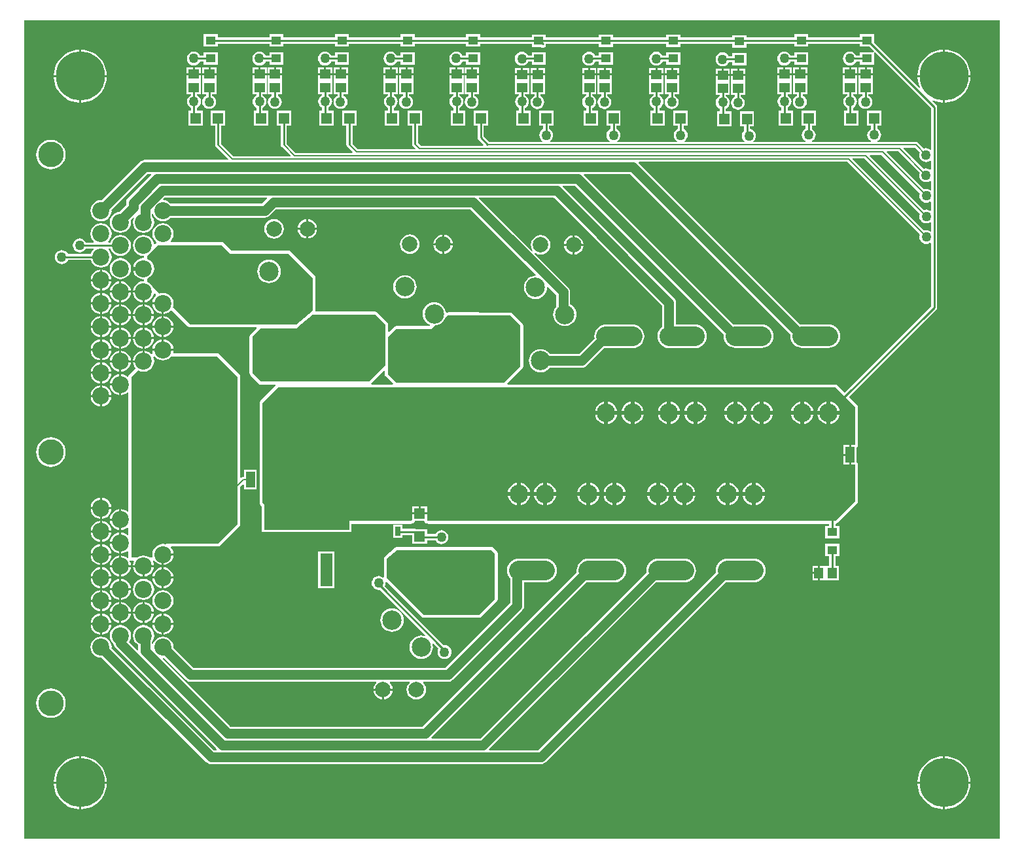
<source format=gbr>
%TF.GenerationSoftware,Altium Limited,Altium Designer,19.0.10 (269)*%
G04 Layer_Physical_Order=1*
G04 Layer_Color=255*
%FSLAX26Y26*%
%MOIN*%
%TF.FileFunction,Copper,L1,Top,Signal*%
%TF.Part,Single*%
G01*
G75*
%TA.AperFunction,SMDPad,CuDef*%
%ADD10R,0.027559X0.045276*%
%ADD11R,0.185039X0.181102*%
%ADD12R,0.045276X0.080709*%
%ADD13R,0.062992X0.169000*%
%ADD14R,0.436000X0.366000*%
%ADD15R,0.057087X0.053150*%
%ADD16R,0.051181X0.043307*%
%ADD17R,0.053150X0.057087*%
%ADD18R,0.053150X0.045276*%
%ADD19R,0.045276X0.053150*%
%TA.AperFunction,Conductor*%
%ADD20C,0.008000*%
%ADD21C,0.010000*%
%ADD22C,0.050000*%
%ADD23C,0.100000*%
%TA.AperFunction,ComponentPad*%
%ADD24C,0.094488*%
%ADD25C,0.086614*%
%ADD26C,0.129921*%
%TA.AperFunction,ViaPad*%
%ADD27C,0.250000*%
%TA.AperFunction,ComponentPad*%
%ADD28C,0.098425*%
%ADD29C,0.078740*%
%TA.AperFunction,ViaPad*%
%ADD30C,0.050000*%
%ADD31C,0.030000*%
G36*
X4984707Y15293D02*
X15293D01*
Y4184707D01*
X4984707D01*
Y15293D01*
D02*
G37*
%LPC*%
G36*
X4342787Y4112929D02*
X4271606D01*
Y4096569D01*
X4008497D01*
Y4112929D01*
X3937316D01*
Y4096569D01*
X3693573D01*
Y4108755D01*
X3622392D01*
Y4096569D01*
X3356206D01*
Y4112102D01*
X3285025D01*
Y4096569D01*
X3019983D01*
X3018573Y4096289D01*
X3013573Y4099954D01*
Y4111928D01*
X2942392D01*
Y4096569D01*
X2671573D01*
Y4111927D01*
X2600392D01*
Y4096569D01*
X2337044D01*
Y4112929D01*
X2265863D01*
Y4096569D01*
X2002753D01*
Y4112929D01*
X1931572D01*
Y4096569D01*
X1668462D01*
Y4112929D01*
X1597281D01*
Y4096569D01*
X1334172D01*
Y4112929D01*
X1262991D01*
Y4096569D01*
X999881D01*
Y4112929D01*
X928700D01*
Y4049622D01*
X999881D01*
Y4065982D01*
X1262991D01*
Y4049622D01*
X1334172D01*
Y4065982D01*
X1597281D01*
Y4049622D01*
X1668462D01*
Y4065982D01*
X1931572D01*
Y4049622D01*
X2002753D01*
Y4065982D01*
X2265863D01*
Y4049622D01*
X2337044D01*
Y4065982D01*
X2600392D01*
Y4048620D01*
X2646131D01*
X2650721Y4045554D01*
X2656573Y4044390D01*
X2662426Y4045554D01*
X2667016Y4048620D01*
X2671573D01*
Y4058205D01*
X2671867Y4059683D01*
Y4063620D01*
X2676496Y4065982D01*
X2942392D01*
Y4048621D01*
X3013573D01*
Y4062597D01*
X3018573Y4066262D01*
X3019983Y4065982D01*
X3285025D01*
Y4048795D01*
X3356206D01*
Y4065982D01*
X3622392D01*
Y4045448D01*
X3693573D01*
Y4065982D01*
X3937316D01*
Y4049622D01*
X4008497D01*
Y4065982D01*
X4271606D01*
Y4049622D01*
X4321158D01*
X4343837Y4026943D01*
X4341331Y4022378D01*
X4338390Y4022378D01*
X4271606D01*
Y4006018D01*
X4252079D01*
X4251510Y4007391D01*
X4245900Y4014702D01*
X4238589Y4020313D01*
X4230075Y4023839D01*
X4220938Y4025042D01*
X4211801Y4023839D01*
X4203287Y4020313D01*
X4195976Y4014702D01*
X4190366Y4007391D01*
X4186839Y3998877D01*
X4185636Y3989740D01*
X4186839Y3980603D01*
X4190366Y3972089D01*
X4195976Y3964778D01*
X4203287Y3959168D01*
X4211801Y3955641D01*
X4220938Y3954438D01*
X4230075Y3955641D01*
X4238589Y3959168D01*
X4245900Y3964778D01*
X4251510Y3972089D01*
X4252894Y3975430D01*
X4271606D01*
Y3959071D01*
X4342787D01*
Y4017624D01*
X4342787Y4020922D01*
X4347352Y4023428D01*
X4634706Y3736074D01*
Y3528280D01*
X4629706Y3525814D01*
X4626651Y3528158D01*
X4618137Y3531685D01*
X4609000Y3532888D01*
X4599863Y3531685D01*
X4596487Y3530286D01*
X4566680Y3560093D01*
X4562049Y3563188D01*
X4556586Y3564274D01*
X4556586Y3564274D01*
X4362731D01*
X4361737Y3569274D01*
X4362107Y3569428D01*
X4369418Y3575038D01*
X4375028Y3582349D01*
X4378555Y3590863D01*
X4379758Y3600000D01*
X4378555Y3609137D01*
X4375028Y3617651D01*
X4369418Y3624962D01*
X4362107Y3630572D01*
X4359750Y3631549D01*
Y3647457D01*
X4381842D01*
Y3724543D01*
X4308693D01*
Y3647457D01*
X4329162D01*
Y3631549D01*
X4326805Y3630572D01*
X4319493Y3624962D01*
X4313883Y3617651D01*
X4310357Y3609137D01*
X4309154Y3600000D01*
X4310357Y3590863D01*
X4313883Y3582349D01*
X4319493Y3575038D01*
X4326805Y3569428D01*
X4327175Y3569274D01*
X4326180Y3564274D01*
X4029252D01*
X4028258Y3569274D01*
X4028628Y3569428D01*
X4035939Y3575038D01*
X4041549Y3582349D01*
X4045076Y3590863D01*
X4046279Y3600000D01*
X4045076Y3609137D01*
X4041549Y3617651D01*
X4035939Y3624962D01*
X4028628Y3630572D01*
X4026271Y3631549D01*
Y3647457D01*
X4047552D01*
Y3724543D01*
X3974402D01*
Y3647457D01*
X3995683D01*
Y3631549D01*
X3993326Y3630572D01*
X3986015Y3624962D01*
X3980405Y3617651D01*
X3976878Y3609137D01*
X3975675Y3600000D01*
X3976878Y3590863D01*
X3980405Y3582349D01*
X3986015Y3575038D01*
X3993326Y3569428D01*
X3993696Y3569274D01*
X3992701Y3564274D01*
X3730642D01*
X3728945Y3569274D01*
X3731016Y3570864D01*
X3736626Y3578175D01*
X3740153Y3586689D01*
X3741356Y3595826D01*
X3740153Y3604963D01*
X3736626Y3613477D01*
X3731016Y3620788D01*
X3723705Y3626398D01*
X3715191Y3629925D01*
X3711348Y3630431D01*
Y3643283D01*
X3732629D01*
Y3720369D01*
X3659479D01*
Y3643283D01*
X3680760D01*
Y3620356D01*
X3675481Y3613477D01*
X3671955Y3604963D01*
X3670752Y3595826D01*
X3671955Y3586689D01*
X3675481Y3578175D01*
X3681091Y3570864D01*
X3683163Y3569274D01*
X3681465Y3564274D01*
X3378544D01*
X3377798Y3565737D01*
X3377215Y3569274D01*
X3383649Y3574211D01*
X3389259Y3581522D01*
X3392785Y3590036D01*
X3393988Y3599173D01*
X3392785Y3608310D01*
X3389259Y3616824D01*
X3383649Y3624135D01*
X3376337Y3629746D01*
X3373980Y3630722D01*
Y3646630D01*
X3395261D01*
Y3723716D01*
X3322111D01*
Y3646630D01*
X3343392D01*
Y3630722D01*
X3341035Y3629746D01*
X3333724Y3624135D01*
X3328114Y3616824D01*
X3324587Y3608310D01*
X3323384Y3599173D01*
X3324587Y3590036D01*
X3328114Y3581522D01*
X3333724Y3574211D01*
X3340157Y3569274D01*
X3339575Y3565737D01*
X3338829Y3564274D01*
X3036085D01*
X3036033Y3564366D01*
X3034809Y3569274D01*
X3041016Y3574037D01*
X3046626Y3581348D01*
X3050153Y3589862D01*
X3051356Y3598999D01*
X3050153Y3608136D01*
X3046626Y3616650D01*
X3041016Y3623961D01*
X3033705Y3629572D01*
X3031348Y3630548D01*
Y3646456D01*
X3052629D01*
Y3723543D01*
X2979479D01*
Y3646456D01*
X3000760D01*
Y3630548D01*
X2998403Y3629572D01*
X2991091Y3623961D01*
X2985481Y3616650D01*
X2981955Y3608136D01*
X2980752Y3598999D01*
X2981955Y3589862D01*
X2985481Y3581348D01*
X2991091Y3574037D01*
X2997298Y3569274D01*
X2996075Y3564366D01*
X2996022Y3564274D01*
X2694086D01*
X2694037Y3564359D01*
X2692810Y3569274D01*
X2699016Y3574036D01*
X2704626Y3581347D01*
X2708153Y3589862D01*
X2709356Y3598998D01*
X2708153Y3608135D01*
X2704626Y3616649D01*
X2699016Y3623961D01*
X2691705Y3629571D01*
X2689348Y3630547D01*
Y3646455D01*
X2710629D01*
Y3723542D01*
X2637479D01*
Y3646455D01*
X2658760D01*
Y3630547D01*
X2656403Y3629571D01*
X2649091Y3623961D01*
X2643481Y3616649D01*
X2639955Y3608135D01*
X2638752Y3598998D01*
X2639955Y3589862D01*
X2643481Y3581347D01*
X2649091Y3574036D01*
X2655297Y3569274D01*
X2654070Y3564359D01*
X2654022Y3564274D01*
X2383354D01*
X2354818Y3592811D01*
Y3647457D01*
X2376099D01*
Y3724543D01*
X2302949D01*
Y3647457D01*
X2324230D01*
Y3586476D01*
X2325394Y3580623D01*
X2328709Y3575662D01*
X2354477Y3549894D01*
X2352564Y3545274D01*
X2034913D01*
X2020527Y3559660D01*
Y3647457D01*
X2041808D01*
Y3724543D01*
X1968659D01*
Y3647457D01*
X1989939D01*
Y3554767D01*
X1991104Y3548914D01*
X1994419Y3543952D01*
X1998764Y3541049D01*
X2007919Y3531894D01*
X2006006Y3527274D01*
X1713855D01*
X1686237Y3554893D01*
Y3647457D01*
X1707517D01*
Y3724543D01*
X1634368D01*
Y3647457D01*
X1655649D01*
Y3550000D01*
X1656813Y3544147D01*
X1660128Y3539186D01*
X1664473Y3536282D01*
X1686862Y3513894D01*
X1684948Y3509274D01*
X1397565D01*
X1351946Y3554893D01*
Y3647457D01*
X1373227D01*
Y3724543D01*
X1300077D01*
Y3647457D01*
X1321358D01*
Y3550000D01*
X1322522Y3544147D01*
X1325838Y3539186D01*
X1330183Y3536282D01*
X1370571Y3495894D01*
X1368658Y3491274D01*
X1081274D01*
X1017655Y3554893D01*
Y3647457D01*
X1038936D01*
Y3724543D01*
X965787D01*
Y3647457D01*
X987068D01*
Y3550000D01*
X988232Y3544147D01*
X991547Y3539186D01*
X995892Y3536282D01*
X1054253Y3477921D01*
X1052340Y3473302D01*
X629339D01*
X620202Y3472099D01*
X611688Y3468572D01*
X604376Y3462962D01*
X409301Y3267887D01*
X405906Y3268334D01*
X391990Y3266502D01*
X379022Y3261131D01*
X367886Y3252586D01*
X359342Y3241450D01*
X353971Y3228483D01*
X352138Y3214567D01*
X353971Y3200651D01*
X359342Y3187683D01*
X367886Y3176548D01*
X379022Y3168003D01*
X391990Y3162632D01*
X405906Y3160800D01*
X419821Y3162632D01*
X432789Y3168003D01*
X443925Y3176548D01*
X452469Y3187683D01*
X457841Y3200651D01*
X459673Y3214567D01*
X459226Y3217962D01*
X643961Y3402698D01*
X659772D01*
X661686Y3398079D01*
X544484Y3280877D01*
X538874Y3273566D01*
X535348Y3265052D01*
X534145Y3255915D01*
Y3245158D01*
X497346Y3208359D01*
X490415Y3207447D01*
X477447Y3202075D01*
X466312Y3193531D01*
X457767Y3182395D01*
X452396Y3169428D01*
X450564Y3155512D01*
X452396Y3141596D01*
X457767Y3128628D01*
X466312Y3117493D01*
X477447Y3108948D01*
X490415Y3103577D01*
X504331Y3101745D01*
X518247Y3103577D01*
X531214Y3108948D01*
X542350Y3117493D01*
X550894Y3128628D01*
X556266Y3141596D01*
X558098Y3155512D01*
X556498Y3167662D01*
X569924Y3181088D01*
X574163Y3178256D01*
X570506Y3169428D01*
X568674Y3155512D01*
X570506Y3141596D01*
X575877Y3128628D01*
X584422Y3117493D01*
X595557Y3108948D01*
X608525Y3103577D01*
X622441Y3101745D01*
X636357Y3103577D01*
X649324Y3108948D01*
X660460Y3117493D01*
X669005Y3128628D01*
X674376Y3141596D01*
X676208Y3155512D01*
X674376Y3169428D01*
X669005Y3182395D01*
X664749Y3187942D01*
Y3197682D01*
X669749Y3198677D01*
X674302Y3187683D01*
X682847Y3176548D01*
X693983Y3168003D01*
X706950Y3162632D01*
X720866Y3160800D01*
X734782Y3162632D01*
X747750Y3168003D01*
X758885Y3176548D01*
X760970Y3179265D01*
X1239881D01*
X1249017Y3180468D01*
X1257532Y3183994D01*
X1264843Y3189605D01*
X1297936Y3222698D01*
X2286236D01*
X2621408Y2887526D01*
X2619904Y2884347D01*
X2618857Y2883006D01*
X2607457Y2881883D01*
X2596296Y2878497D01*
X2586009Y2872999D01*
X2576993Y2865600D01*
X2569593Y2856583D01*
X2564095Y2846297D01*
X2560709Y2835135D01*
X2559566Y2823528D01*
X2560709Y2811920D01*
X2564095Y2800758D01*
X2569593Y2790472D01*
X2576993Y2781455D01*
X2586009Y2774056D01*
X2596296Y2768557D01*
X2607457Y2765172D01*
X2619065Y2764028D01*
X2630673Y2765172D01*
X2641834Y2768557D01*
X2652121Y2774056D01*
X2661137Y2781455D01*
X2668537Y2790472D01*
X2674035Y2800758D01*
X2677421Y2811920D01*
X2678544Y2823319D01*
X2679884Y2824366D01*
X2683064Y2825870D01*
X2724104Y2784830D01*
Y2724764D01*
X2719200Y2718788D01*
X2713701Y2708502D01*
X2710316Y2697340D01*
X2709172Y2685732D01*
X2710316Y2674125D01*
X2713701Y2662963D01*
X2719200Y2652676D01*
X2726599Y2643660D01*
X2735615Y2636261D01*
X2745902Y2630762D01*
X2757064Y2627376D01*
X2768671Y2626233D01*
X2780279Y2627376D01*
X2791441Y2630762D01*
X2801727Y2636261D01*
X2810744Y2643660D01*
X2818143Y2652676D01*
X2823641Y2662963D01*
X2827027Y2674125D01*
X2828170Y2685732D01*
X2827027Y2697340D01*
X2823641Y2708502D01*
X2818143Y2718788D01*
X2810744Y2727805D01*
X2801727Y2735204D01*
X2794708Y2738956D01*
Y2799453D01*
X2793505Y2808590D01*
X2789978Y2817104D01*
X2784368Y2824415D01*
X2612837Y2995946D01*
X2616141Y2999714D01*
X2619758Y2996938D01*
X2631767Y2991964D01*
X2644656Y2990267D01*
X2657544Y2991964D01*
X2669554Y2996938D01*
X2679867Y3004852D01*
X2687780Y3015165D01*
X2692755Y3027175D01*
X2694452Y3040063D01*
X2692755Y3052951D01*
X2687780Y3064961D01*
X2679867Y3075274D01*
X2669554Y3083188D01*
X2657544Y3088162D01*
X2644656Y3089859D01*
X2631767Y3088162D01*
X2619758Y3083188D01*
X2609444Y3075274D01*
X2601531Y3064961D01*
X2596556Y3052951D01*
X2594860Y3040063D01*
X2596556Y3027175D01*
X2601531Y3015165D01*
X2604306Y3011548D01*
X2600539Y3008244D01*
X2330705Y3278079D01*
X2332618Y3282698D01*
X2711782D01*
X3264059Y2730421D01*
Y2623291D01*
X3257164Y2617632D01*
X3249666Y2608495D01*
X3244094Y2598072D01*
X3240664Y2586762D01*
X3239505Y2575000D01*
X3240664Y2563238D01*
X3244094Y2551928D01*
X3249666Y2541505D01*
X3257164Y2532368D01*
X3266300Y2524870D01*
X3276723Y2519299D01*
X3288033Y2515868D01*
X3299795Y2514710D01*
X3432205D01*
X3443967Y2515868D01*
X3455277Y2519299D01*
X3465700Y2524870D01*
X3474836Y2532368D01*
X3482334Y2541505D01*
X3487906Y2551928D01*
X3491337Y2563238D01*
X3492495Y2575000D01*
X3491337Y2586762D01*
X3487906Y2598072D01*
X3482334Y2608495D01*
X3474836Y2617632D01*
X3465700Y2625130D01*
X3455277Y2630701D01*
X3443967Y2634132D01*
X3432205Y2635290D01*
X3334664D01*
Y2745043D01*
X3333461Y2754180D01*
X3329934Y2762694D01*
X3324324Y2770006D01*
X2756251Y3338079D01*
X2758164Y3342698D01*
X2820899D01*
X3578885Y2584712D01*
X3577956Y2575276D01*
X3579114Y2563514D01*
X3582545Y2552204D01*
X3588117Y2541780D01*
X3595614Y2532644D01*
X3604751Y2525146D01*
X3615174Y2519575D01*
X3626484Y2516144D01*
X3638246Y2514985D01*
X3772104D01*
X3783867Y2516144D01*
X3795177Y2519575D01*
X3805600Y2525146D01*
X3814736Y2532644D01*
X3822234Y2541780D01*
X3827805Y2552204D01*
X3831236Y2563514D01*
X3832395Y2575276D01*
X3831236Y2587038D01*
X3827805Y2598348D01*
X3822234Y2608771D01*
X3814736Y2617907D01*
X3805600Y2625405D01*
X3795177Y2630977D01*
X3783867Y2634407D01*
X3772104Y2635566D01*
X3638246D01*
X3628810Y2634637D01*
X2865368Y3398079D01*
X2867281Y3402698D01*
X3101206D01*
X3919018Y2584886D01*
X3918088Y2575450D01*
X3919247Y2563688D01*
X3922678Y2552378D01*
X3928249Y2541954D01*
X3935747Y2532818D01*
X3944883Y2525320D01*
X3955307Y2519749D01*
X3966617Y2516318D01*
X3978379Y2515159D01*
X4111755D01*
X4123517Y2516318D01*
X4134827Y2519749D01*
X4145251Y2525320D01*
X4154387Y2532818D01*
X4161885Y2541954D01*
X4167456Y2552378D01*
X4170887Y2563688D01*
X4172046Y2575450D01*
X4170887Y2587212D01*
X4167456Y2598522D01*
X4161885Y2608945D01*
X4154387Y2618081D01*
X4145251Y2625579D01*
X4134827Y2631151D01*
X4123517Y2634581D01*
X4111755Y2635740D01*
X3978379D01*
X3968942Y2634811D01*
X3145646Y3458106D01*
X3147560Y3462726D01*
X4207087D01*
X4577300Y3092514D01*
X4575901Y3089137D01*
X4574698Y3080000D01*
X4575901Y3070863D01*
X4579428Y3062349D01*
X4585038Y3055038D01*
X4592349Y3049428D01*
X4600863Y3045901D01*
X4610000Y3044698D01*
X4619137Y3045901D01*
X4627651Y3049428D01*
X4630222Y3051400D01*
X4634706Y3049189D01*
Y2728185D01*
X4194075Y2287554D01*
X4157536Y2324093D01*
X4152574Y2327408D01*
X4146722Y2328572D01*
X2476862Y2328572D01*
X2474949Y2333192D01*
X2552461Y2410704D01*
X2555776Y2415666D01*
X2556940Y2421518D01*
X2556941Y2629518D01*
X2555776Y2635371D01*
X2552461Y2640333D01*
X2501461Y2691333D01*
X2498992Y2692983D01*
X2496532Y2694635D01*
X2496514Y2694638D01*
X2496499Y2694648D01*
X2493600Y2695225D01*
X2490682Y2695812D01*
X2173414Y2696543D01*
X2173405Y2696541D01*
X2173397Y2696543D01*
X2170468Y2695964D01*
X2167559Y2695392D01*
X2167552Y2695387D01*
X2167543Y2695386D01*
X2166919Y2694970D01*
X2162258Y2696796D01*
X2161649Y2697467D01*
X2161372Y2700278D01*
X2157986Y2711439D01*
X2152488Y2721726D01*
X2145088Y2730742D01*
X2136072Y2738142D01*
X2125785Y2743640D01*
X2114624Y2747026D01*
X2103016Y2748169D01*
X2091409Y2747026D01*
X2080247Y2743640D01*
X2069960Y2738142D01*
X2060944Y2730742D01*
X2053544Y2721726D01*
X2048046Y2711439D01*
X2044660Y2700278D01*
X2043517Y2688670D01*
X2044660Y2677062D01*
X2048046Y2665901D01*
X2053544Y2655614D01*
X2060944Y2646598D01*
X2069960Y2639198D01*
X2079540Y2634078D01*
X2080551Y2631820D01*
X2081137Y2628205D01*
X2079966Y2626812D01*
X1909700Y2626812D01*
X1903847Y2625648D01*
X1898886Y2622333D01*
X1872913Y2596360D01*
X1868294Y2598274D01*
Y2634000D01*
X1867130Y2639853D01*
X1863814Y2644814D01*
X1812814Y2695814D01*
X1810345Y2697464D01*
X1807885Y2699116D01*
X1807868Y2699120D01*
X1807853Y2699130D01*
X1804953Y2699706D01*
X1802035Y2700294D01*
X1502602Y2700983D01*
X1498294Y2703333D01*
X1498294Y2872001D01*
X1497130Y2877854D01*
X1493814Y2882815D01*
X1369814Y3006814D01*
X1364852Y3010130D01*
X1359000Y3011294D01*
X1069335Y3011294D01*
X1030815Y3049814D01*
X1025853Y3053130D01*
X1020001Y3054294D01*
X760947Y3054294D01*
X759542Y3059294D01*
X767430Y3069573D01*
X772801Y3082541D01*
X774633Y3096457D01*
X772801Y3110373D01*
X767430Y3123340D01*
X758885Y3134476D01*
X747750Y3143020D01*
X734782Y3148392D01*
X720866Y3150224D01*
X706950Y3148392D01*
X693983Y3143020D01*
X682847Y3134476D01*
X674302Y3123340D01*
X668931Y3110373D01*
X667099Y3096457D01*
X668931Y3082541D01*
X674302Y3069573D01*
X682847Y3058438D01*
X686587Y3055568D01*
X686742Y3050536D01*
X686049Y3049678D01*
X679922Y3043550D01*
X675187Y3045157D01*
X674376Y3051318D01*
X669005Y3064285D01*
X660460Y3075421D01*
X649324Y3083965D01*
X636357Y3089337D01*
X622441Y3091169D01*
X608525Y3089337D01*
X595557Y3083965D01*
X584422Y3075421D01*
X575877Y3064285D01*
X570506Y3051318D01*
X568674Y3037402D01*
X570506Y3023486D01*
X575877Y3010518D01*
X584422Y2999383D01*
X595557Y2990838D01*
X608525Y2985467D01*
X619997Y2983956D01*
X622854Y2982770D01*
X624706Y2978890D01*
Y2975045D01*
X622441Y2973058D01*
X608525Y2971226D01*
X595557Y2965855D01*
X584422Y2957310D01*
X575877Y2946175D01*
X570506Y2933207D01*
X569990Y2929291D01*
X622441D01*
Y2909291D01*
X569990D01*
X570506Y2905375D01*
X575877Y2892408D01*
X584422Y2881272D01*
X595557Y2872728D01*
X608525Y2867356D01*
X622441Y2865524D01*
X624706Y2863537D01*
Y2856935D01*
X622441Y2854948D01*
X608525Y2853116D01*
X595557Y2847745D01*
X584422Y2839200D01*
X575877Y2828065D01*
X570506Y2815097D01*
X569332Y2806181D01*
X622441D01*
Y2801181D01*
X627441D01*
Y2748072D01*
X636357Y2749246D01*
X649324Y2754617D01*
X660460Y2763162D01*
X669005Y2774298D01*
X674376Y2787265D01*
X674886Y2791143D01*
X679621Y2792750D01*
X685473Y2786898D01*
X685146Y2781909D01*
X682847Y2780145D01*
X674302Y2769010D01*
X668931Y2756042D01*
X667757Y2747126D01*
X720866D01*
Y2742126D01*
X725866D01*
Y2689017D01*
X734782Y2690191D01*
X747750Y2695562D01*
X758885Y2704107D01*
X760649Y2706405D01*
X765638Y2706733D01*
X848185Y2624186D01*
X853147Y2620870D01*
X859000Y2619706D01*
X1196598D01*
X1198512Y2615087D01*
X1167034Y2583609D01*
X1163718Y2578647D01*
X1162554Y2572794D01*
Y2386152D01*
X1163718Y2380299D01*
X1167034Y2375337D01*
X1210186Y2332186D01*
X1215147Y2328870D01*
X1221000Y2327706D01*
X1293116D01*
X1295077Y2322706D01*
X1217968Y2245597D01*
X1214653Y2240635D01*
X1213489Y2234783D01*
X1213489Y1726217D01*
X1214653Y1720364D01*
X1217968Y1715402D01*
X1225000Y1708371D01*
Y1576500D01*
X1681000D01*
Y1618984D01*
X1985961D01*
X1986365Y1619065D01*
X1986772Y1619006D01*
X1989279Y1619644D01*
X1991814Y1620149D01*
X1992156Y1620377D01*
X1992555Y1620479D01*
X1994627Y1622028D01*
X1996775Y1623464D01*
X1997004Y1623806D01*
X1997334Y1624053D01*
X2001830Y1629053D01*
X2003150Y1631276D01*
X2004586Y1633426D01*
X2004667Y1633829D01*
X2004877Y1634183D01*
X2005066Y1635496D01*
X2047766D01*
X2052375Y1633542D01*
X2053019Y1631626D01*
X2053414Y1629643D01*
X2053963Y1628822D01*
X2054277Y1627886D01*
X2055606Y1626362D01*
X2056729Y1624681D01*
X2057550Y1624133D01*
X2058200Y1623389D01*
X2060010Y1622489D01*
X2061691Y1621366D01*
X2062660Y1621174D01*
X2063544Y1620734D01*
X2068040Y1619516D01*
X2070057Y1619379D01*
X2072039Y1618984D01*
X4116014Y1618984D01*
Y1607724D01*
X4095718D01*
Y1544417D01*
X4166899D01*
Y1607724D01*
X4146602D01*
Y1619049D01*
X4152131Y1620148D01*
X4157092Y1623464D01*
X4257597Y1723968D01*
X4260913Y1728930D01*
X4262077Y1734783D01*
Y1920646D01*
X4260913Y1926498D01*
X4257597Y1931460D01*
X4254560Y1933490D01*
Y2008510D01*
X4257598Y2010540D01*
X4260913Y2015502D01*
X4262077Y2021354D01*
Y2213217D01*
X4260913Y2219070D01*
X4257598Y2224031D01*
X4215704Y2265925D01*
X4660814Y2711036D01*
X4664130Y2715998D01*
X4665294Y2721850D01*
Y3742409D01*
X4664130Y3748262D01*
X4660814Y3753224D01*
X4641229Y3772809D01*
X4644061Y3777048D01*
X4658154Y3771210D01*
X4678816Y3766250D01*
X4695000Y3764976D01*
Y3895000D01*
X4564976D01*
X4566250Y3878816D01*
X4571210Y3858154D01*
X4577048Y3844061D01*
X4572809Y3841229D01*
X4342787Y4071251D01*
Y4112929D01*
D02*
G37*
G36*
X3886647Y4025042D02*
X3877511Y4023839D01*
X3868996Y4020313D01*
X3861685Y4014702D01*
X3856075Y4007391D01*
X3852548Y3998877D01*
X3851345Y3989740D01*
X3852548Y3980603D01*
X3856075Y3972089D01*
X3861685Y3964778D01*
X3868996Y3959168D01*
X3877511Y3955641D01*
X3886647Y3954438D01*
X3895784Y3955641D01*
X3904298Y3959168D01*
X3911610Y3964778D01*
X3917220Y3972089D01*
X3918604Y3975430D01*
X3937316D01*
Y3959071D01*
X4008497D01*
Y4022378D01*
X3937316D01*
Y4006018D01*
X3917789D01*
X3917220Y4007391D01*
X3911610Y4014702D01*
X3904298Y4020313D01*
X3895784Y4023839D01*
X3886647Y4025042D01*
D02*
G37*
G36*
X2215194D02*
X2206058Y4023839D01*
X2197543Y4020313D01*
X2190232Y4014702D01*
X2184622Y4007391D01*
X2181095Y3998877D01*
X2179892Y3989740D01*
X2181095Y3980603D01*
X2184622Y3972089D01*
X2190232Y3964778D01*
X2197543Y3959168D01*
X2206058Y3955641D01*
X2215194Y3954438D01*
X2224331Y3955641D01*
X2232845Y3959168D01*
X2240157Y3964778D01*
X2245767Y3972089D01*
X2247151Y3975430D01*
X2265863D01*
Y3959071D01*
X2337044D01*
Y4022378D01*
X2265863D01*
Y4006018D01*
X2246336D01*
X2245767Y4007391D01*
X2240157Y4014702D01*
X2232845Y4020313D01*
X2224331Y4023839D01*
X2215194Y4025042D01*
D02*
G37*
G36*
X1880904D02*
X1871767Y4023839D01*
X1863253Y4020313D01*
X1855941Y4014702D01*
X1850331Y4007391D01*
X1846805Y3998877D01*
X1845602Y3989740D01*
X1846805Y3980603D01*
X1850331Y3972089D01*
X1855941Y3964778D01*
X1863253Y3959168D01*
X1871767Y3955641D01*
X1880904Y3954438D01*
X1890041Y3955641D01*
X1898555Y3959168D01*
X1905866Y3964778D01*
X1911476Y3972089D01*
X1912860Y3975430D01*
X1931572D01*
Y3959071D01*
X2002753D01*
Y4022378D01*
X1931572D01*
Y4006018D01*
X1912045D01*
X1911476Y4007391D01*
X1905866Y4014702D01*
X1898555Y4020313D01*
X1890041Y4023839D01*
X1880904Y4025042D01*
D02*
G37*
G36*
X1546613D02*
X1537476Y4023839D01*
X1528962Y4020313D01*
X1521651Y4014702D01*
X1516041Y4007391D01*
X1512514Y3998877D01*
X1511311Y3989740D01*
X1512514Y3980603D01*
X1516041Y3972089D01*
X1521651Y3964778D01*
X1528962Y3959168D01*
X1537476Y3955641D01*
X1546613Y3954438D01*
X1555750Y3955641D01*
X1564264Y3959168D01*
X1571575Y3964778D01*
X1577186Y3972089D01*
X1578570Y3975430D01*
X1597281D01*
Y3959071D01*
X1668462D01*
Y4022378D01*
X1597281D01*
Y4006018D01*
X1577754D01*
X1577186Y4007391D01*
X1571575Y4014702D01*
X1564264Y4020313D01*
X1555750Y4023839D01*
X1546613Y4025042D01*
D02*
G37*
G36*
X1212323D02*
X1203186Y4023839D01*
X1194672Y4020313D01*
X1187360Y4014702D01*
X1181750Y4007391D01*
X1178224Y3998877D01*
X1177021Y3989740D01*
X1178224Y3980603D01*
X1181750Y3972089D01*
X1187360Y3964778D01*
X1194672Y3959168D01*
X1203186Y3955641D01*
X1212323Y3954438D01*
X1221459Y3955641D01*
X1229974Y3959168D01*
X1237285Y3964778D01*
X1242895Y3972089D01*
X1244279Y3975430D01*
X1262991D01*
Y3959071D01*
X1334172D01*
Y4022378D01*
X1262991D01*
Y4006018D01*
X1243464D01*
X1242895Y4007391D01*
X1237285Y4014702D01*
X1229974Y4020313D01*
X1221459Y4023839D01*
X1212323Y4025042D01*
D02*
G37*
G36*
X878032D02*
X868895Y4023839D01*
X860381Y4020313D01*
X853070Y4014702D01*
X847460Y4007391D01*
X843933Y3998877D01*
X842730Y3989740D01*
X843933Y3980603D01*
X847460Y3972089D01*
X853070Y3964778D01*
X860381Y3959168D01*
X868895Y3955641D01*
X878032Y3954438D01*
X887169Y3955641D01*
X895683Y3959168D01*
X902994Y3964778D01*
X908604Y3972089D01*
X909988Y3975430D01*
X928700D01*
Y3959071D01*
X999881D01*
Y4022378D01*
X928700D01*
Y4006018D01*
X909173D01*
X908604Y4007391D01*
X902994Y4014702D01*
X895683Y4020313D01*
X887169Y4023839D01*
X878032Y4025042D01*
D02*
G37*
G36*
X3234357Y4024215D02*
X3225220Y4023012D01*
X3216706Y4019486D01*
X3209394Y4013876D01*
X3203784Y4006564D01*
X3200258Y3998050D01*
X3199055Y3988913D01*
X3200258Y3979777D01*
X3203784Y3971262D01*
X3209394Y3963951D01*
X3216706Y3958341D01*
X3225220Y3954814D01*
X3234357Y3953611D01*
X3243494Y3954814D01*
X3252008Y3958341D01*
X3259319Y3963951D01*
X3264929Y3971262D01*
X3266313Y3974604D01*
X3285025D01*
Y3958244D01*
X3356206D01*
Y4021551D01*
X3285025D01*
Y4005191D01*
X3265498D01*
X3264929Y4006564D01*
X3259319Y4013876D01*
X3252008Y4019486D01*
X3243494Y4023012D01*
X3234357Y4024215D01*
D02*
G37*
G36*
X2891724Y4024041D02*
X2882588Y4022838D01*
X2874073Y4019312D01*
X2866762Y4013702D01*
X2861152Y4006390D01*
X2857625Y3997876D01*
X2856422Y3988739D01*
X2857625Y3979603D01*
X2861152Y3971088D01*
X2866762Y3963777D01*
X2874073Y3958167D01*
X2882588Y3954640D01*
X2891724Y3953437D01*
X2900861Y3954640D01*
X2909375Y3958167D01*
X2916687Y3963777D01*
X2922297Y3971088D01*
X2923681Y3974430D01*
X2942392D01*
Y3958070D01*
X3013573D01*
Y4021377D01*
X2942392D01*
Y4005017D01*
X2922865D01*
X2922297Y4006390D01*
X2916687Y4013702D01*
X2909375Y4019312D01*
X2900861Y4022838D01*
X2891724Y4024041D01*
D02*
G37*
G36*
X2549724Y4024041D02*
X2540588Y4022838D01*
X2532073Y4019311D01*
X2524762Y4013701D01*
X2519152Y4006390D01*
X2515625Y3997875D01*
X2514422Y3988739D01*
X2515625Y3979602D01*
X2519152Y3971088D01*
X2524762Y3963776D01*
X2532073Y3958166D01*
X2540588Y3954640D01*
X2549724Y3953437D01*
X2558861Y3954640D01*
X2567375Y3958166D01*
X2574687Y3963776D01*
X2580297Y3971088D01*
X2581681Y3974429D01*
X2600392D01*
Y3958069D01*
X2671573D01*
Y4021376D01*
X2600392D01*
Y4005017D01*
X2580865D01*
X2580297Y4006390D01*
X2574687Y4013701D01*
X2567375Y4019311D01*
X2558861Y4022838D01*
X2549724Y4024041D01*
D02*
G37*
G36*
X3571724Y4020868D02*
X3562588Y4019665D01*
X3554073Y4016139D01*
X3546762Y4010528D01*
X3541152Y4003217D01*
X3537625Y3994703D01*
X3536422Y3985566D01*
X3537625Y3976429D01*
X3541152Y3967915D01*
X3546762Y3960604D01*
X3554073Y3954994D01*
X3562588Y3951467D01*
X3571724Y3950264D01*
X3580861Y3951467D01*
X3589375Y3954994D01*
X3596687Y3960604D01*
X3602297Y3967915D01*
X3603681Y3971256D01*
X3622392D01*
Y3954897D01*
X3693573D01*
Y4018204D01*
X3622392D01*
Y4001844D01*
X3602865D01*
X3602297Y4003217D01*
X3596687Y4010528D01*
X3589375Y4016139D01*
X3580861Y4019665D01*
X3571724Y4020868D01*
D02*
G37*
G36*
X4003498Y3942812D02*
X3971923D01*
Y3915174D01*
X4003498D01*
Y3942812D01*
D02*
G37*
G36*
X1997754D02*
X1966180D01*
Y3915174D01*
X1997754D01*
Y3942812D01*
D02*
G37*
G36*
X1663464D02*
X1631889D01*
Y3915174D01*
X1663464D01*
Y3942812D01*
D02*
G37*
G36*
X1329173D02*
X1297598D01*
Y3915174D01*
X1329173D01*
Y3942812D01*
D02*
G37*
G36*
X994883D02*
X963308D01*
Y3915174D01*
X994883D01*
Y3942812D01*
D02*
G37*
G36*
X2332045D02*
X2300470D01*
Y3915174D01*
X2332045D01*
Y3942812D01*
D02*
G37*
G36*
X4337788D02*
X4306213D01*
Y3915174D01*
X4337788D01*
Y3942812D01*
D02*
G37*
G36*
X2290470D02*
X2258895D01*
Y3915174D01*
X2290470D01*
Y3942812D01*
D02*
G37*
G36*
X4296213D02*
X4264639D01*
Y3915174D01*
X4296213D01*
Y3942812D01*
D02*
G37*
G36*
X1621889D02*
X1590314D01*
Y3915174D01*
X1621889D01*
Y3942812D01*
D02*
G37*
G36*
X1287598D02*
X1256024D01*
Y3915174D01*
X1287598D01*
Y3942812D01*
D02*
G37*
G36*
X953308D02*
X921733D01*
Y3915174D01*
X953308D01*
Y3942812D01*
D02*
G37*
G36*
X3961923D02*
X3930348D01*
Y3915174D01*
X3961923D01*
Y3942812D01*
D02*
G37*
G36*
X1956180D02*
X1924605D01*
Y3915174D01*
X1956180D01*
Y3942812D01*
D02*
G37*
G36*
X4258497Y3942811D02*
X4226923D01*
Y3915173D01*
X4258497D01*
Y3942811D01*
D02*
G37*
G36*
X3924206D02*
X3892632D01*
Y3915173D01*
X3924206D01*
Y3942811D01*
D02*
G37*
G36*
X2252753D02*
X2221179D01*
Y3915173D01*
X2252753D01*
Y3942811D01*
D02*
G37*
G36*
X1584172D02*
X1552597D01*
Y3915173D01*
X1584172D01*
Y3942811D01*
D02*
G37*
G36*
X1249882D02*
X1218307D01*
Y3915173D01*
X1249882D01*
Y3942811D01*
D02*
G37*
G36*
X1918463D02*
X1886888D01*
Y3915173D01*
X1918463D01*
Y3942811D01*
D02*
G37*
G36*
X915591D02*
X884016D01*
Y3915173D01*
X915591D01*
Y3942811D01*
D02*
G37*
G36*
X3882632D02*
X3851057D01*
Y3915173D01*
X3882632D01*
Y3942811D01*
D02*
G37*
G36*
X2211179D02*
X2179604D01*
Y3915173D01*
X2211179D01*
Y3942811D01*
D02*
G37*
G36*
X1542597D02*
X1511023D01*
Y3915173D01*
X1542597D01*
Y3942811D01*
D02*
G37*
G36*
X1208307D02*
X1176732D01*
Y3915173D01*
X1208307D01*
Y3942811D01*
D02*
G37*
G36*
X1876888D02*
X1845313D01*
Y3915173D01*
X1876888D01*
Y3942811D01*
D02*
G37*
G36*
X874016D02*
X842441D01*
Y3915173D01*
X874016D01*
Y3942811D01*
D02*
G37*
G36*
X4216923D02*
X4185347D01*
Y3915173D01*
X4216923D01*
Y3942811D01*
D02*
G37*
G36*
X3351207Y3941985D02*
X3319632D01*
Y3914347D01*
X3351207D01*
Y3941985D01*
D02*
G37*
G36*
X3309632D02*
X3278058D01*
Y3914347D01*
X3309632D01*
Y3941985D01*
D02*
G37*
G36*
X3271916Y3941984D02*
X3240341D01*
Y3914346D01*
X3271916D01*
Y3941984D01*
D02*
G37*
G36*
X3230341D02*
X3198766D01*
Y3914346D01*
X3230341D01*
Y3941984D01*
D02*
G37*
G36*
X3008575Y3941811D02*
X2977000D01*
Y3914173D01*
X3008575D01*
Y3941811D01*
D02*
G37*
G36*
X2967000D02*
X2935425D01*
Y3914173D01*
X2967000D01*
Y3941811D01*
D02*
G37*
G36*
X2666575Y3941810D02*
X2635000D01*
Y3914172D01*
X2666575D01*
Y3941810D01*
D02*
G37*
G36*
X2929283D02*
X2897708D01*
Y3914172D01*
X2929283D01*
Y3941810D01*
D02*
G37*
G36*
X2887708D02*
X2856134D01*
Y3914172D01*
X2887708D01*
Y3941810D01*
D02*
G37*
G36*
X2625000D02*
X2593425D01*
Y3914172D01*
X2625000D01*
Y3941810D01*
D02*
G37*
G36*
X2587283Y3941809D02*
X2555708D01*
Y3914172D01*
X2587283D01*
Y3941809D01*
D02*
G37*
G36*
X2545708D02*
X2514134D01*
Y3914172D01*
X2545708D01*
Y3941809D01*
D02*
G37*
G36*
X3688575Y3938638D02*
X3657000D01*
Y3911000D01*
X3688575D01*
Y3938638D01*
D02*
G37*
G36*
X3647000D02*
X3615425D01*
Y3911000D01*
X3647000D01*
Y3938638D01*
D02*
G37*
G36*
X3609283Y3938637D02*
X3577708D01*
Y3910999D01*
X3609283D01*
Y3938637D01*
D02*
G37*
G36*
X3567708D02*
X3536134D01*
Y3910999D01*
X3567708D01*
Y3938637D01*
D02*
G37*
G36*
X4705000Y4035024D02*
Y3905000D01*
X4835024D01*
X4833750Y3921184D01*
X4828790Y3941846D01*
X4820658Y3961478D01*
X4809555Y3979596D01*
X4795755Y3995755D01*
X4779596Y4009555D01*
X4761478Y4020658D01*
X4741846Y4028790D01*
X4721184Y4033750D01*
X4705000Y4035024D01*
D02*
G37*
G36*
X4695000D02*
X4678816Y4033750D01*
X4658154Y4028790D01*
X4638522Y4020658D01*
X4620404Y4009555D01*
X4604245Y3995755D01*
X4590445Y3979596D01*
X4579342Y3961478D01*
X4571210Y3941846D01*
X4566250Y3921184D01*
X4564976Y3905000D01*
X4695000D01*
Y4035024D01*
D02*
G37*
G36*
X305000D02*
Y3905000D01*
X435024D01*
X433750Y3921184D01*
X428790Y3941846D01*
X420658Y3961478D01*
X409555Y3979596D01*
X395755Y3995755D01*
X379596Y4009555D01*
X361478Y4020658D01*
X341846Y4028790D01*
X321184Y4033750D01*
X305000Y4035024D01*
D02*
G37*
G36*
X295000D02*
X278816Y4033750D01*
X258154Y4028790D01*
X238522Y4020658D01*
X220404Y4009555D01*
X204245Y3995755D01*
X190445Y3979596D01*
X179342Y3961478D01*
X171210Y3941846D01*
X166250Y3921184D01*
X164976Y3905000D01*
X295000D01*
Y4035024D01*
D02*
G37*
G36*
X4835024Y3895000D02*
X4705000D01*
Y3764976D01*
X4721184Y3766250D01*
X4741846Y3771210D01*
X4761478Y3779342D01*
X4779596Y3790445D01*
X4795755Y3804245D01*
X4809555Y3820404D01*
X4820658Y3838522D01*
X4828790Y3858154D01*
X4833750Y3878816D01*
X4835024Y3895000D01*
D02*
G37*
G36*
X435024D02*
X305000D01*
Y3764976D01*
X321184Y3766250D01*
X341846Y3771210D01*
X361478Y3779342D01*
X379596Y3790445D01*
X395755Y3804245D01*
X409555Y3820404D01*
X420658Y3838522D01*
X428790Y3858154D01*
X433750Y3878816D01*
X435024Y3895000D01*
D02*
G37*
G36*
X295000D02*
X164976D01*
X166250Y3878816D01*
X171210Y3858154D01*
X179342Y3838522D01*
X190445Y3820404D01*
X204245Y3804245D01*
X220404Y3790445D01*
X238522Y3779342D01*
X258154Y3771210D01*
X278816Y3766250D01*
X295000Y3764976D01*
Y3895000D01*
D02*
G37*
G36*
X4337788Y3905174D02*
X4301213D01*
X4264639D01*
Y3878914D01*
X4264639Y3877536D01*
Y3873914D01*
X4264639Y3872536D01*
Y3808639D01*
X4284384D01*
Y3800030D01*
X4282027Y3799054D01*
X4274716Y3793444D01*
X4269106Y3786133D01*
X4265579Y3777618D01*
X4264376Y3768482D01*
X4265579Y3759345D01*
X4269106Y3750831D01*
X4274716Y3743519D01*
X4282027Y3737909D01*
X4290541Y3734383D01*
X4299678Y3733180D01*
X4308815Y3734383D01*
X4317329Y3737909D01*
X4324641Y3743519D01*
X4330251Y3750831D01*
X4333777Y3759345D01*
X4334980Y3768482D01*
X4333777Y3777618D01*
X4330251Y3786133D01*
X4324641Y3793444D01*
X4317329Y3799054D01*
X4314972Y3800030D01*
Y3808639D01*
X4337788D01*
Y3872536D01*
X4337789Y3873914D01*
Y3877536D01*
X4337788Y3878914D01*
Y3905174D01*
D02*
G37*
G36*
X4003498D02*
X3966923D01*
X3930348D01*
Y3878914D01*
X3930348Y3877536D01*
Y3873914D01*
X3930348Y3872536D01*
Y3808639D01*
X3950094D01*
Y3800030D01*
X3947737Y3799054D01*
X3940425Y3793444D01*
X3934815Y3786133D01*
X3931289Y3777618D01*
X3930086Y3768482D01*
X3931289Y3759345D01*
X3934815Y3750831D01*
X3940425Y3743519D01*
X3947737Y3737909D01*
X3956251Y3734383D01*
X3965388Y3733180D01*
X3974524Y3734383D01*
X3983039Y3737909D01*
X3990350Y3743519D01*
X3995960Y3750831D01*
X3999487Y3759345D01*
X4000690Y3768482D01*
X3999487Y3777618D01*
X3995960Y3786133D01*
X3990350Y3793444D01*
X3983039Y3799054D01*
X3980682Y3800030D01*
Y3808639D01*
X4003498D01*
Y3872536D01*
X4003498Y3873914D01*
Y3877536D01*
X4003498Y3878914D01*
Y3905174D01*
D02*
G37*
G36*
X2332045D02*
X2295470D01*
X2258895D01*
Y3878914D01*
X2258895Y3877536D01*
Y3873914D01*
X2258895Y3872536D01*
Y3808639D01*
X2278641D01*
Y3800030D01*
X2276284Y3799054D01*
X2268972Y3793444D01*
X2263362Y3786133D01*
X2259836Y3777618D01*
X2258633Y3768482D01*
X2259836Y3759345D01*
X2263362Y3750831D01*
X2268972Y3743519D01*
X2276284Y3737909D01*
X2284798Y3734383D01*
X2293935Y3733180D01*
X2303071Y3734383D01*
X2311586Y3737909D01*
X2318897Y3743519D01*
X2324507Y3750831D01*
X2328034Y3759345D01*
X2329237Y3768482D01*
X2328034Y3777618D01*
X2324507Y3786133D01*
X2318897Y3793444D01*
X2311586Y3799054D01*
X2309229Y3800030D01*
Y3808639D01*
X2332045D01*
Y3872536D01*
X2332045Y3873914D01*
Y3877536D01*
X2332045Y3878914D01*
Y3905174D01*
D02*
G37*
G36*
X1997754D02*
X1961180D01*
X1924605D01*
Y3878914D01*
X1924605Y3877536D01*
Y3873914D01*
X1924605Y3872536D01*
Y3808639D01*
X1944350D01*
Y3800030D01*
X1941993Y3799054D01*
X1934682Y3793444D01*
X1929072Y3786133D01*
X1925545Y3777618D01*
X1924342Y3768482D01*
X1925545Y3759345D01*
X1929072Y3750831D01*
X1934682Y3743519D01*
X1941993Y3737909D01*
X1950507Y3734383D01*
X1959644Y3733180D01*
X1968781Y3734383D01*
X1977295Y3737909D01*
X1984606Y3743519D01*
X1990216Y3750831D01*
X1993743Y3759345D01*
X1994946Y3768482D01*
X1993743Y3777618D01*
X1990216Y3786133D01*
X1984606Y3793444D01*
X1977295Y3799054D01*
X1974938Y3800030D01*
Y3808639D01*
X1997754D01*
Y3872536D01*
X1997754Y3873914D01*
Y3877536D01*
X1997754Y3878914D01*
Y3905174D01*
D02*
G37*
G36*
X1663464D02*
X1626889D01*
X1590314D01*
Y3878914D01*
X1590314Y3877536D01*
Y3873914D01*
X1590314Y3872536D01*
Y3808639D01*
X1610060D01*
Y3800030D01*
X1607702Y3799054D01*
X1600391Y3793444D01*
X1594781Y3786133D01*
X1591254Y3777618D01*
X1590051Y3768482D01*
X1591254Y3759345D01*
X1594781Y3750831D01*
X1600391Y3743519D01*
X1607702Y3737909D01*
X1616217Y3734383D01*
X1625353Y3733180D01*
X1634490Y3734383D01*
X1643004Y3737909D01*
X1650316Y3743519D01*
X1655926Y3750831D01*
X1659453Y3759345D01*
X1660655Y3768482D01*
X1659453Y3777618D01*
X1655926Y3786133D01*
X1650316Y3793444D01*
X1643004Y3799054D01*
X1640647Y3800030D01*
Y3808639D01*
X1663464D01*
Y3872536D01*
X1663464Y3873914D01*
Y3877536D01*
X1663464Y3878914D01*
Y3905174D01*
D02*
G37*
G36*
X1329173D02*
X1292598D01*
X1256024D01*
Y3878914D01*
X1256023Y3877536D01*
Y3873914D01*
X1256024Y3872536D01*
Y3808639D01*
X1275769D01*
Y3800030D01*
X1273412Y3799054D01*
X1266101Y3793444D01*
X1260490Y3786133D01*
X1256964Y3777618D01*
X1255761Y3768482D01*
X1256964Y3759345D01*
X1260490Y3750831D01*
X1266101Y3743519D01*
X1273412Y3737909D01*
X1281926Y3734383D01*
X1291063Y3733180D01*
X1300200Y3734383D01*
X1308714Y3737909D01*
X1316025Y3743519D01*
X1321635Y3750831D01*
X1325162Y3759345D01*
X1326365Y3768482D01*
X1325162Y3777618D01*
X1321635Y3786133D01*
X1316025Y3793444D01*
X1308714Y3799054D01*
X1306357Y3800030D01*
Y3808639D01*
X1329173D01*
Y3872536D01*
X1329173Y3873914D01*
Y3877536D01*
X1329173Y3878914D01*
Y3905174D01*
D02*
G37*
G36*
X994883D02*
X958308D01*
X921733D01*
Y3878914D01*
X921733Y3877536D01*
Y3873914D01*
X921733Y3872536D01*
Y3808639D01*
X941478D01*
Y3800030D01*
X939121Y3799054D01*
X931810Y3793444D01*
X926200Y3786133D01*
X922673Y3777618D01*
X921470Y3768482D01*
X922673Y3759345D01*
X926200Y3750831D01*
X931810Y3743519D01*
X939121Y3737909D01*
X947635Y3734383D01*
X956772Y3733180D01*
X965909Y3734383D01*
X974423Y3737909D01*
X981735Y3743519D01*
X987345Y3750831D01*
X990871Y3759345D01*
X992074Y3768482D01*
X990871Y3777618D01*
X987345Y3786133D01*
X981735Y3793444D01*
X974423Y3799054D01*
X972066Y3800030D01*
Y3808639D01*
X994883D01*
Y3872536D01*
X994883Y3873914D01*
Y3877536D01*
X994883Y3878914D01*
Y3905174D01*
D02*
G37*
G36*
X3351207Y3904347D02*
X3314632D01*
X3278058D01*
Y3878088D01*
X3278058Y3876709D01*
Y3873087D01*
X3278058Y3871709D01*
Y3807812D01*
X3297803D01*
Y3799204D01*
X3295446Y3798227D01*
X3288135Y3792617D01*
X3282525Y3785306D01*
X3278998Y3776792D01*
X3277795Y3767655D01*
X3278998Y3758518D01*
X3282525Y3750004D01*
X3288135Y3742693D01*
X3295446Y3737082D01*
X3303960Y3733556D01*
X3313097Y3732353D01*
X3322234Y3733556D01*
X3330748Y3737082D01*
X3338059Y3742693D01*
X3343669Y3750004D01*
X3347196Y3758518D01*
X3348399Y3767655D01*
X3347196Y3776792D01*
X3343669Y3785306D01*
X3338059Y3792617D01*
X3330748Y3798227D01*
X3328391Y3799204D01*
Y3807812D01*
X3351207D01*
Y3871709D01*
X3351207Y3873087D01*
Y3876709D01*
X3351207Y3878088D01*
Y3904347D01*
D02*
G37*
G36*
X3008575Y3904173D02*
X2972000D01*
X2935425D01*
Y3877914D01*
X2935425Y3876535D01*
Y3872913D01*
X2935425Y3871535D01*
Y3807638D01*
X2955171D01*
Y3799030D01*
X2952814Y3798053D01*
X2945502Y3792443D01*
X2939892Y3785132D01*
X2936365Y3776618D01*
X2935162Y3767481D01*
X2936365Y3758344D01*
X2939892Y3749830D01*
X2945502Y3742519D01*
X2952814Y3736908D01*
X2961328Y3733382D01*
X2970465Y3732179D01*
X2979601Y3733382D01*
X2988115Y3736908D01*
X2995427Y3742519D01*
X3001037Y3749830D01*
X3004564Y3758344D01*
X3005767Y3767481D01*
X3004564Y3776618D01*
X3001037Y3785132D01*
X2995427Y3792443D01*
X2988115Y3798053D01*
X2985758Y3799030D01*
Y3807638D01*
X3008575D01*
Y3871535D01*
X3008575Y3872913D01*
Y3876535D01*
X3008575Y3877914D01*
Y3904173D01*
D02*
G37*
G36*
X2666575Y3904172D02*
X2630000D01*
X2593425D01*
Y3877913D01*
X2593425Y3876535D01*
Y3872913D01*
X2593425Y3871535D01*
Y3807637D01*
X2613171D01*
Y3799029D01*
X2610814Y3798052D01*
X2603502Y3792442D01*
X2597892Y3785131D01*
X2594365Y3776617D01*
X2593162Y3767480D01*
X2594365Y3758343D01*
X2597892Y3749829D01*
X2603502Y3742518D01*
X2610814Y3736908D01*
X2619328Y3733381D01*
X2628465Y3732178D01*
X2637601Y3733381D01*
X2646115Y3736908D01*
X2653427Y3742518D01*
X2659037Y3749829D01*
X2662564Y3758343D01*
X2663767Y3767480D01*
X2662564Y3776617D01*
X2659037Y3785131D01*
X2653427Y3792442D01*
X2646115Y3798052D01*
X2643758Y3799029D01*
Y3807637D01*
X2666575D01*
Y3871535D01*
X2666575Y3872913D01*
Y3876535D01*
X2666575Y3877913D01*
Y3904172D01*
D02*
G37*
G36*
X3688575Y3901000D02*
X3652000D01*
X3615425D01*
Y3874740D01*
X3615425Y3873362D01*
Y3869740D01*
X3615425Y3868362D01*
Y3804465D01*
X3635171D01*
Y3795856D01*
X3632814Y3794880D01*
X3625502Y3789270D01*
X3619892Y3781959D01*
X3616365Y3773444D01*
X3615162Y3764308D01*
X3616365Y3755171D01*
X3619892Y3746657D01*
X3625502Y3739345D01*
X3632814Y3733735D01*
X3641328Y3730209D01*
X3650465Y3729006D01*
X3659601Y3730209D01*
X3668115Y3733735D01*
X3675427Y3739345D01*
X3681037Y3746657D01*
X3684564Y3755171D01*
X3685767Y3764308D01*
X3684564Y3773444D01*
X3681037Y3781959D01*
X3675427Y3789270D01*
X3668115Y3794880D01*
X3665758Y3795856D01*
Y3804465D01*
X3688575D01*
Y3868362D01*
X3688575Y3869740D01*
Y3873362D01*
X3688575Y3874740D01*
Y3901000D01*
D02*
G37*
G36*
X4258497Y3905173D02*
X4221923D01*
X4185347D01*
Y3878914D01*
X4185347Y3877535D01*
Y3873913D01*
X4185347Y3872535D01*
Y3808638D01*
X4206628D01*
Y3802274D01*
X4204271Y3801298D01*
X4196960Y3795688D01*
X4191350Y3788377D01*
X4187823Y3779862D01*
X4186620Y3770726D01*
X4187823Y3761589D01*
X4191350Y3753075D01*
X4196960Y3745763D01*
X4204271Y3740153D01*
X4206628Y3739177D01*
Y3724543D01*
X4192551D01*
Y3647457D01*
X4265701D01*
Y3724543D01*
X4237216D01*
Y3739177D01*
X4239573Y3740153D01*
X4246885Y3745763D01*
X4252495Y3753075D01*
X4256021Y3761589D01*
X4257224Y3770726D01*
X4256021Y3779862D01*
X4252495Y3788377D01*
X4246885Y3795688D01*
X4239573Y3801298D01*
X4237216Y3802274D01*
Y3808638D01*
X4258497D01*
Y3872535D01*
X4258497Y3873913D01*
Y3877535D01*
X4258497Y3878914D01*
Y3905173D01*
D02*
G37*
G36*
X3924206D02*
X3887632D01*
X3851057D01*
Y3878914D01*
X3851057Y3877535D01*
Y3873913D01*
X3851057Y3872535D01*
Y3808638D01*
X3872338D01*
Y3802274D01*
X3869981Y3801298D01*
X3862669Y3795688D01*
X3857059Y3788377D01*
X3853532Y3779862D01*
X3852330Y3770726D01*
X3853532Y3761589D01*
X3857059Y3753075D01*
X3862669Y3745763D01*
X3869981Y3740153D01*
X3872338Y3739177D01*
Y3724543D01*
X3858260D01*
Y3647457D01*
X3931410D01*
Y3724543D01*
X3902925D01*
Y3739177D01*
X3905283Y3740153D01*
X3912594Y3745763D01*
X3918204Y3753075D01*
X3921731Y3761589D01*
X3922934Y3770726D01*
X3921731Y3779862D01*
X3918204Y3788377D01*
X3912594Y3795688D01*
X3905283Y3801298D01*
X3902925Y3802274D01*
Y3808638D01*
X3924206D01*
Y3872535D01*
X3924206Y3873913D01*
Y3877535D01*
X3924206Y3878914D01*
Y3905173D01*
D02*
G37*
G36*
X2252753D02*
X2216179D01*
X2179604D01*
Y3878914D01*
X2179604Y3877535D01*
Y3873913D01*
X2179604Y3872535D01*
Y3808638D01*
X2200885D01*
Y3802274D01*
X2198528Y3801298D01*
X2191216Y3795688D01*
X2185606Y3788377D01*
X2182079Y3779862D01*
X2180877Y3770726D01*
X2182079Y3761589D01*
X2185606Y3753075D01*
X2191216Y3745763D01*
X2198528Y3740153D01*
X2200885Y3739177D01*
Y3724543D01*
X2186807D01*
Y3647457D01*
X2259957D01*
Y3724543D01*
X2231472D01*
Y3739177D01*
X2233830Y3740153D01*
X2241141Y3745763D01*
X2246751Y3753075D01*
X2250278Y3761589D01*
X2251481Y3770726D01*
X2250278Y3779862D01*
X2246751Y3788377D01*
X2241141Y3795688D01*
X2233830Y3801298D01*
X2231472Y3802274D01*
Y3808638D01*
X2252753D01*
Y3872535D01*
X2252753Y3873913D01*
Y3877535D01*
X2252753Y3878914D01*
Y3905173D01*
D02*
G37*
G36*
X1918463D02*
X1881888D01*
X1845313D01*
Y3878914D01*
X1845313Y3877535D01*
Y3873913D01*
X1845313Y3872535D01*
Y3808638D01*
X1866594D01*
Y3802274D01*
X1864237Y3801298D01*
X1856926Y3795688D01*
X1851316Y3788377D01*
X1847789Y3779862D01*
X1846586Y3770726D01*
X1847789Y3761589D01*
X1851316Y3753075D01*
X1856926Y3745763D01*
X1864237Y3740153D01*
X1866594Y3739177D01*
Y3724543D01*
X1852517D01*
Y3647457D01*
X1925666D01*
Y3724543D01*
X1897182D01*
Y3739177D01*
X1899539Y3740153D01*
X1906850Y3745763D01*
X1912460Y3753075D01*
X1915987Y3761589D01*
X1917190Y3770726D01*
X1915987Y3779862D01*
X1912460Y3788377D01*
X1906850Y3795688D01*
X1899539Y3801298D01*
X1897182Y3802274D01*
Y3808638D01*
X1918463D01*
Y3872535D01*
X1918463Y3873913D01*
Y3877535D01*
X1918463Y3878914D01*
Y3905173D01*
D02*
G37*
G36*
X1584172D02*
X1547597D01*
X1511023D01*
Y3878914D01*
X1511023Y3877535D01*
Y3873913D01*
X1511023Y3872535D01*
Y3808638D01*
X1532303D01*
Y3802274D01*
X1529946Y3801298D01*
X1522635Y3795688D01*
X1517025Y3788377D01*
X1513498Y3779862D01*
X1512295Y3770726D01*
X1513498Y3761589D01*
X1517025Y3753075D01*
X1522635Y3745763D01*
X1529946Y3740153D01*
X1532303Y3739177D01*
Y3724543D01*
X1518226D01*
Y3647457D01*
X1591376D01*
Y3724543D01*
X1562891D01*
Y3739177D01*
X1565248Y3740153D01*
X1572560Y3745763D01*
X1578170Y3753075D01*
X1581697Y3761589D01*
X1582899Y3770726D01*
X1581697Y3779862D01*
X1578170Y3788377D01*
X1572560Y3795688D01*
X1565248Y3801298D01*
X1562891Y3802274D01*
Y3808638D01*
X1584172D01*
Y3872535D01*
X1584172Y3873913D01*
Y3877535D01*
X1584172Y3878914D01*
Y3905173D01*
D02*
G37*
G36*
X1249882D02*
X1213307D01*
X1176732D01*
Y3878914D01*
X1176732Y3877535D01*
Y3873913D01*
X1176732Y3872535D01*
Y3808638D01*
X1198013D01*
Y3802274D01*
X1195656Y3801298D01*
X1188344Y3795688D01*
X1182734Y3788377D01*
X1179208Y3779862D01*
X1178005Y3770726D01*
X1179208Y3761589D01*
X1182734Y3753075D01*
X1188344Y3745763D01*
X1195656Y3740153D01*
X1198013Y3739177D01*
Y3724543D01*
X1183936D01*
Y3647457D01*
X1257085D01*
Y3724543D01*
X1228601D01*
Y3739177D01*
X1230958Y3740153D01*
X1238269Y3745763D01*
X1243879Y3753075D01*
X1247406Y3761589D01*
X1248609Y3770726D01*
X1247406Y3779862D01*
X1243879Y3788377D01*
X1238269Y3795688D01*
X1230958Y3801298D01*
X1228601Y3802274D01*
Y3808638D01*
X1249882D01*
Y3872535D01*
X1249882Y3873913D01*
Y3877535D01*
X1249882Y3878914D01*
Y3905173D01*
D02*
G37*
G36*
X915591D02*
X879016D01*
X842441D01*
Y3878914D01*
X842441Y3877535D01*
Y3873913D01*
X842441Y3872535D01*
Y3808638D01*
X863722D01*
Y3802274D01*
X861365Y3801298D01*
X854054Y3795688D01*
X848444Y3788377D01*
X844917Y3779862D01*
X843714Y3770726D01*
X844917Y3761589D01*
X848444Y3753075D01*
X854054Y3745763D01*
X861365Y3740153D01*
X863722Y3739177D01*
Y3724543D01*
X849645D01*
Y3647457D01*
X922795D01*
Y3724543D01*
X894310D01*
Y3739177D01*
X896667Y3740153D01*
X903979Y3745763D01*
X909589Y3753075D01*
X913115Y3761589D01*
X914318Y3770726D01*
X913115Y3779862D01*
X909589Y3788377D01*
X903979Y3795688D01*
X896667Y3801298D01*
X894310Y3802274D01*
Y3808638D01*
X915591D01*
Y3872535D01*
X915591Y3873913D01*
Y3877535D01*
X915591Y3878914D01*
Y3905173D01*
D02*
G37*
G36*
X3271916Y3904346D02*
X3235341D01*
X3198766D01*
Y3878087D01*
X3198766Y3876709D01*
Y3873087D01*
X3198766Y3871709D01*
Y3807811D01*
X3220047D01*
Y3801448D01*
X3217690Y3800471D01*
X3210379Y3794861D01*
X3204769Y3787550D01*
X3201242Y3779036D01*
X3200039Y3769899D01*
X3201242Y3760762D01*
X3204769Y3752248D01*
X3210379Y3744936D01*
X3217690Y3739326D01*
X3220047Y3738350D01*
Y3723716D01*
X3205970D01*
Y3646630D01*
X3279119D01*
Y3723716D01*
X3250635D01*
Y3738350D01*
X3252992Y3739326D01*
X3260303Y3744936D01*
X3265913Y3752248D01*
X3269440Y3760762D01*
X3270643Y3769899D01*
X3269440Y3779036D01*
X3265913Y3787550D01*
X3260303Y3794861D01*
X3252992Y3800471D01*
X3250635Y3801448D01*
Y3807811D01*
X3271916D01*
Y3871709D01*
X3271916Y3873087D01*
Y3876709D01*
X3271916Y3878087D01*
Y3904346D01*
D02*
G37*
G36*
X2929283Y3904172D02*
X2892708D01*
X2856134D01*
Y3877913D01*
X2856134Y3876535D01*
Y3872913D01*
X2856134Y3871535D01*
Y3807637D01*
X2877415D01*
Y3801273D01*
X2875057Y3800297D01*
X2867746Y3794687D01*
X2862136Y3787376D01*
X2858609Y3778862D01*
X2857407Y3769725D01*
X2858609Y3760588D01*
X2862136Y3752074D01*
X2867746Y3744762D01*
X2875057Y3739152D01*
X2877415Y3738176D01*
Y3723543D01*
X2863337D01*
Y3646456D01*
X2936487D01*
Y3723543D01*
X2908002D01*
Y3738176D01*
X2910360Y3739152D01*
X2917671Y3744762D01*
X2923281Y3752074D01*
X2926808Y3760588D01*
X2928010Y3769725D01*
X2926808Y3778862D01*
X2923281Y3787376D01*
X2917671Y3794687D01*
X2910360Y3800297D01*
X2908002Y3801273D01*
Y3807637D01*
X2929283D01*
Y3871535D01*
X2929283Y3872913D01*
Y3876535D01*
X2929283Y3877913D01*
Y3904172D01*
D02*
G37*
G36*
X2587283Y3904172D02*
X2550708D01*
X2514134D01*
Y3877912D01*
X2514134Y3876534D01*
Y3872912D01*
X2514134Y3871534D01*
Y3807636D01*
X2535415D01*
Y3801273D01*
X2533057Y3800296D01*
X2525746Y3794686D01*
X2520136Y3787375D01*
X2516609Y3778861D01*
X2515407Y3769724D01*
X2516609Y3760587D01*
X2520136Y3752073D01*
X2525746Y3744762D01*
X2533057Y3739152D01*
X2535415Y3738175D01*
Y3723542D01*
X2521337D01*
Y3646455D01*
X2594487D01*
Y3723542D01*
X2566002D01*
Y3738175D01*
X2568360Y3739152D01*
X2575671Y3744762D01*
X2581281Y3752073D01*
X2584808Y3760587D01*
X2586010Y3769724D01*
X2584808Y3778861D01*
X2581281Y3787375D01*
X2575671Y3794686D01*
X2568360Y3800296D01*
X2566002Y3801273D01*
Y3807636D01*
X2587283D01*
Y3871534D01*
X2587283Y3872912D01*
Y3876534D01*
X2587283Y3877912D01*
Y3904172D01*
D02*
G37*
G36*
X3609283Y3900999D02*
X3572708D01*
X3536134D01*
Y3874740D01*
X3536134Y3873361D01*
Y3869739D01*
X3536134Y3868361D01*
Y3804464D01*
X3557415D01*
Y3798100D01*
X3555057Y3797124D01*
X3547746Y3791514D01*
X3542136Y3784203D01*
X3538609Y3775688D01*
X3537407Y3766552D01*
X3538609Y3757415D01*
X3542136Y3748901D01*
X3547746Y3741589D01*
X3555057Y3735979D01*
X3557415Y3735003D01*
Y3720369D01*
X3543337D01*
Y3643283D01*
X3616487D01*
Y3720369D01*
X3588002D01*
Y3735003D01*
X3590360Y3735979D01*
X3597671Y3741589D01*
X3603281Y3748901D01*
X3606808Y3757415D01*
X3608010Y3766552D01*
X3606808Y3775688D01*
X3603281Y3784203D01*
X3597671Y3791514D01*
X3590360Y3797124D01*
X3588002Y3798100D01*
Y3804464D01*
X3609283D01*
Y3868361D01*
X3609283Y3869739D01*
Y3873361D01*
X3609283Y3874740D01*
Y3900999D01*
D02*
G37*
G36*
X150000Y3575323D02*
X135305Y3573876D01*
X121175Y3569590D01*
X108153Y3562629D01*
X96738Y3553262D01*
X87371Y3541847D01*
X80410Y3528825D01*
X76124Y3514695D01*
X74677Y3500000D01*
X76124Y3485305D01*
X80410Y3471175D01*
X87371Y3458153D01*
X96738Y3446738D01*
X108153Y3437371D01*
X121175Y3430410D01*
X135305Y3426124D01*
X150000Y3424677D01*
X164695Y3426124D01*
X178825Y3430410D01*
X191847Y3437371D01*
X203262Y3446738D01*
X212629Y3458153D01*
X219590Y3471175D01*
X223876Y3485305D01*
X225323Y3500000D01*
X223876Y3514695D01*
X219590Y3528825D01*
X212629Y3541847D01*
X203262Y3553262D01*
X191847Y3562629D01*
X178825Y3569590D01*
X164695Y3573876D01*
X150000Y3575323D01*
D02*
G37*
G36*
X1461291Y3171138D02*
Y3127000D01*
X1505429D01*
X1504391Y3134888D01*
X1499416Y3146898D01*
X1491503Y3157211D01*
X1481189Y3165125D01*
X1469179Y3170099D01*
X1461291Y3171138D01*
D02*
G37*
G36*
X1451291D02*
X1443403Y3170099D01*
X1431393Y3165125D01*
X1421080Y3157211D01*
X1413167Y3146898D01*
X1408192Y3134888D01*
X1407153Y3127000D01*
X1451291D01*
Y3171138D01*
D02*
G37*
G36*
X1505429Y3117000D02*
X1461291D01*
Y3072862D01*
X1469179Y3073901D01*
X1481189Y3078875D01*
X1491503Y3086789D01*
X1499416Y3097102D01*
X1504391Y3109112D01*
X1505429Y3117000D01*
D02*
G37*
G36*
X1451291D02*
X1407153D01*
X1408192Y3109112D01*
X1413167Y3097102D01*
X1421080Y3086789D01*
X1431393Y3078875D01*
X1443403Y3073901D01*
X1451291Y3072862D01*
Y3117000D01*
D02*
G37*
G36*
X1287000Y3171796D02*
X1274112Y3170099D01*
X1262102Y3165125D01*
X1251789Y3157211D01*
X1243875Y3146898D01*
X1238901Y3134888D01*
X1237204Y3122000D01*
X1238901Y3109112D01*
X1243875Y3097102D01*
X1251789Y3086789D01*
X1262102Y3078875D01*
X1274112Y3073901D01*
X1287000Y3072204D01*
X1299888Y3073901D01*
X1311898Y3078875D01*
X1322211Y3086789D01*
X1330125Y3097102D01*
X1335099Y3109112D01*
X1336796Y3122000D01*
X1335099Y3134888D01*
X1330125Y3146898D01*
X1322211Y3157211D01*
X1311898Y3165125D01*
X1299888Y3170099D01*
X1287000Y3171796D01*
D02*
G37*
G36*
X405906Y3150224D02*
X391990Y3148392D01*
X379022Y3143020D01*
X367886Y3134476D01*
X359342Y3123340D01*
X353971Y3110373D01*
X352138Y3096457D01*
X353971Y3082541D01*
X359342Y3069573D01*
X367886Y3058438D01*
X369199Y3057430D01*
X367592Y3052695D01*
X328549D01*
X327572Y3055053D01*
X321962Y3062364D01*
X314651Y3067974D01*
X306137Y3071501D01*
X297000Y3072704D01*
X287863Y3071501D01*
X279349Y3067974D01*
X272038Y3062364D01*
X266428Y3055053D01*
X262901Y3046538D01*
X261698Y3037402D01*
X262901Y3028265D01*
X266428Y3019751D01*
X272038Y3012439D01*
X279349Y3006829D01*
X287863Y3003302D01*
X297000Y3002100D01*
X306137Y3003302D01*
X314651Y3006829D01*
X321962Y3012439D01*
X327572Y3019751D01*
X328549Y3022108D01*
X367592D01*
X369199Y3017373D01*
X367886Y3016366D01*
X359342Y3005230D01*
X354541Y2993640D01*
X237405D01*
X236572Y2995651D01*
X230962Y3002962D01*
X223651Y3008572D01*
X215137Y3012099D01*
X206000Y3013302D01*
X196863Y3012099D01*
X188349Y3008572D01*
X181038Y3002962D01*
X175428Y2995651D01*
X171901Y2987137D01*
X170698Y2978000D01*
X171901Y2968863D01*
X175428Y2960349D01*
X181038Y2953038D01*
X188349Y2947428D01*
X196863Y2943901D01*
X206000Y2942698D01*
X215137Y2943901D01*
X223651Y2947428D01*
X230962Y2953038D01*
X236572Y2960349D01*
X237692Y2963053D01*
X354541D01*
X359342Y2951463D01*
X367886Y2940327D01*
X379022Y2931783D01*
X391990Y2926412D01*
X405906Y2924579D01*
X419821Y2926412D01*
X432789Y2931783D01*
X443925Y2940327D01*
X452469Y2951463D01*
X457841Y2964431D01*
X459673Y2978347D01*
X457841Y2992262D01*
X452469Y3005230D01*
X443925Y3016366D01*
X442612Y3017373D01*
X444219Y3022108D01*
X452966D01*
X457767Y3010518D01*
X466312Y2999383D01*
X477447Y2990838D01*
X490415Y2985467D01*
X504331Y2983635D01*
X518247Y2985467D01*
X531214Y2990838D01*
X542350Y2999383D01*
X550894Y3010518D01*
X556266Y3023486D01*
X558098Y3037402D01*
X556266Y3051318D01*
X550894Y3064285D01*
X542350Y3075421D01*
X531214Y3083965D01*
X518247Y3089337D01*
X504331Y3091169D01*
X490415Y3089337D01*
X477447Y3083965D01*
X466312Y3075421D01*
X457767Y3064285D01*
X452966Y3052695D01*
X444219D01*
X442612Y3057430D01*
X443925Y3058438D01*
X452469Y3069573D01*
X457841Y3082541D01*
X459673Y3096457D01*
X457841Y3110373D01*
X452469Y3123340D01*
X443925Y3134476D01*
X432789Y3143020D01*
X419821Y3148392D01*
X405906Y3150224D01*
D02*
G37*
G36*
X2153292Y3092138D02*
Y3048001D01*
X2197430D01*
X2196391Y3055889D01*
X2191416Y3067899D01*
X2183503Y3078212D01*
X2173190Y3086125D01*
X2161180Y3091100D01*
X2153292Y3092138D01*
D02*
G37*
G36*
X2143292D02*
X2135404Y3091100D01*
X2123394Y3086125D01*
X2113081Y3078212D01*
X2105167Y3067899D01*
X2100193Y3055889D01*
X2099154Y3048001D01*
X2143292D01*
Y3092138D01*
D02*
G37*
G36*
X2818947Y3089201D02*
Y3045063D01*
X2863085D01*
X2862046Y3052951D01*
X2857072Y3064961D01*
X2849158Y3075274D01*
X2838845Y3083188D01*
X2826835Y3088162D01*
X2818947Y3089201D01*
D02*
G37*
G36*
X2808947D02*
X2801059Y3088162D01*
X2789049Y3083188D01*
X2778736Y3075274D01*
X2770822Y3064961D01*
X2765848Y3052951D01*
X2764809Y3045063D01*
X2808947D01*
Y3089201D01*
D02*
G37*
G36*
X2197430Y3038001D02*
X2153292D01*
Y2993863D01*
X2161180Y2994901D01*
X2173190Y2999876D01*
X2183503Y3007789D01*
X2191416Y3018103D01*
X2196391Y3030112D01*
X2197430Y3038001D01*
D02*
G37*
G36*
X2143292D02*
X2099154D01*
X2100193Y3030112D01*
X2105167Y3018103D01*
X2113081Y3007789D01*
X2123394Y2999876D01*
X2135404Y2994901D01*
X2143292Y2993863D01*
Y3038001D01*
D02*
G37*
G36*
X1979001Y3092797D02*
X1966112Y3091100D01*
X1954102Y3086125D01*
X1943789Y3078212D01*
X1935876Y3067899D01*
X1930901Y3055889D01*
X1929204Y3043001D01*
X1930901Y3030112D01*
X1935876Y3018102D01*
X1943789Y3007789D01*
X1954102Y2999876D01*
X1966112Y2994901D01*
X1979001Y2993204D01*
X1991889Y2994901D01*
X2003899Y2999876D01*
X2014212Y3007789D01*
X2022125Y3018102D01*
X2027100Y3030112D01*
X2028797Y3043001D01*
X2027100Y3055889D01*
X2022125Y3067899D01*
X2014212Y3078212D01*
X2003899Y3086125D01*
X1991889Y3091100D01*
X1979001Y3092797D01*
D02*
G37*
G36*
X2808947Y3035063D02*
X2764809D01*
X2765848Y3027175D01*
X2770822Y3015165D01*
X2778736Y3004852D01*
X2789049Y2996938D01*
X2801059Y2991964D01*
X2808947Y2990925D01*
Y3035063D01*
D02*
G37*
G36*
X2863085D02*
X2818947D01*
Y2990925D01*
X2826835Y2991964D01*
X2838845Y2996938D01*
X2849158Y3004852D01*
X2857072Y3015165D01*
X2862046Y3027175D01*
X2863085Y3035063D01*
D02*
G37*
G36*
X504331Y2973058D02*
X490415Y2971226D01*
X477447Y2965855D01*
X466312Y2957310D01*
X457767Y2946175D01*
X452396Y2933207D01*
X450564Y2919291D01*
X452396Y2905375D01*
X457767Y2892408D01*
X466312Y2881272D01*
X477447Y2872728D01*
X490415Y2867356D01*
X504331Y2865524D01*
X518247Y2867356D01*
X531214Y2872728D01*
X542350Y2881272D01*
X550894Y2892408D01*
X556266Y2905375D01*
X558098Y2919291D01*
X556266Y2933207D01*
X550894Y2946175D01*
X542350Y2957310D01*
X531214Y2965855D01*
X518247Y2971226D01*
X504331Y2973058D01*
D02*
G37*
G36*
X410906Y2913345D02*
Y2865236D01*
X459014D01*
X457841Y2874152D01*
X452469Y2887120D01*
X443925Y2898255D01*
X432789Y2906800D01*
X419821Y2912171D01*
X410906Y2913345D01*
D02*
G37*
G36*
X400906D02*
X391990Y2912171D01*
X379022Y2906800D01*
X367886Y2898255D01*
X359342Y2887120D01*
X353971Y2874152D01*
X352797Y2865236D01*
X400906D01*
Y2913345D01*
D02*
G37*
G36*
X459014Y2855236D02*
X410906D01*
Y2807127D01*
X419821Y2808301D01*
X432789Y2813673D01*
X443925Y2822217D01*
X452469Y2833353D01*
X457841Y2846320D01*
X459014Y2855236D01*
D02*
G37*
G36*
X400906D02*
X352797D01*
X353971Y2846320D01*
X359342Y2833353D01*
X367886Y2822217D01*
X379022Y2813673D01*
X391990Y2808301D01*
X400906Y2807127D01*
Y2855236D01*
D02*
G37*
G36*
X509331Y2854290D02*
Y2806181D01*
X557439D01*
X556266Y2815097D01*
X550894Y2828065D01*
X542350Y2839200D01*
X531214Y2847745D01*
X518247Y2853116D01*
X509331Y2854290D01*
D02*
G37*
G36*
X499331D02*
X490415Y2853116D01*
X477447Y2847745D01*
X466312Y2839200D01*
X457767Y2828065D01*
X452396Y2815097D01*
X451222Y2806181D01*
X499331D01*
Y2854290D01*
D02*
G37*
G36*
X1953410Y2885964D02*
X1941802Y2884821D01*
X1930641Y2881435D01*
X1920354Y2875937D01*
X1911338Y2868537D01*
X1903938Y2859521D01*
X1898440Y2849234D01*
X1895054Y2838073D01*
X1893911Y2826465D01*
X1895054Y2814857D01*
X1898440Y2803696D01*
X1903938Y2793409D01*
X1911338Y2784393D01*
X1920354Y2776993D01*
X1930641Y2771495D01*
X1941802Y2768109D01*
X1953410Y2766966D01*
X1965018Y2768109D01*
X1976179Y2771495D01*
X1986466Y2776993D01*
X1995482Y2784393D01*
X2002882Y2793409D01*
X2008380Y2803696D01*
X2011766Y2814857D01*
X2012909Y2826465D01*
X2011766Y2838073D01*
X2008380Y2849234D01*
X2002882Y2859521D01*
X1995482Y2868537D01*
X1986466Y2875937D01*
X1976179Y2881435D01*
X1965018Y2884821D01*
X1953410Y2885964D01*
D02*
G37*
G36*
X617441Y2796181D02*
X569332D01*
X570506Y2787265D01*
X575877Y2774298D01*
X584422Y2763162D01*
X595557Y2754617D01*
X608525Y2749246D01*
X617441Y2748072D01*
Y2796181D01*
D02*
G37*
G36*
X499331D02*
X451222D01*
X452396Y2787265D01*
X457767Y2774298D01*
X466312Y2763162D01*
X477447Y2754617D01*
X490415Y2749246D01*
X499331Y2748072D01*
Y2796181D01*
D02*
G37*
G36*
X557439D02*
X509331D01*
Y2748072D01*
X518247Y2749246D01*
X531214Y2754617D01*
X542350Y2763162D01*
X550894Y2774298D01*
X556266Y2787265D01*
X557439Y2796181D01*
D02*
G37*
G36*
X410906Y2795235D02*
Y2747126D01*
X459014D01*
X457841Y2756042D01*
X452469Y2769010D01*
X443925Y2780145D01*
X432789Y2788690D01*
X419821Y2794061D01*
X410906Y2795235D01*
D02*
G37*
G36*
X400906D02*
X391990Y2794061D01*
X379022Y2788690D01*
X367886Y2780145D01*
X359342Y2769010D01*
X353971Y2756042D01*
X352797Y2747126D01*
X400906D01*
Y2795235D01*
D02*
G37*
G36*
X459014Y2737126D02*
X410906D01*
Y2689017D01*
X419821Y2690191D01*
X432789Y2695562D01*
X443925Y2704107D01*
X452469Y2715242D01*
X457841Y2728210D01*
X459014Y2737126D01*
D02*
G37*
G36*
X715866D02*
X667757D01*
X668931Y2728210D01*
X674302Y2715242D01*
X682847Y2704107D01*
X693982Y2695562D01*
X706950Y2690191D01*
X715866Y2689017D01*
Y2737126D01*
D02*
G37*
G36*
X400906D02*
X352797D01*
X353971Y2728210D01*
X359342Y2715242D01*
X367886Y2704107D01*
X379022Y2695562D01*
X391990Y2690191D01*
X400906Y2689017D01*
Y2737126D01*
D02*
G37*
G36*
X627441Y2736180D02*
Y2688071D01*
X675550D01*
X674376Y2696987D01*
X669005Y2709954D01*
X660460Y2721090D01*
X649324Y2729635D01*
X636357Y2735006D01*
X627441Y2736180D01*
D02*
G37*
G36*
X509331D02*
Y2688071D01*
X557439D01*
X556266Y2696987D01*
X550894Y2709954D01*
X542350Y2721090D01*
X531214Y2729635D01*
X518247Y2735006D01*
X509331Y2736180D01*
D02*
G37*
G36*
X617441D02*
X608525Y2735006D01*
X595557Y2729635D01*
X584422Y2721090D01*
X575877Y2709954D01*
X570506Y2696987D01*
X569332Y2688071D01*
X617441D01*
Y2736180D01*
D02*
G37*
G36*
X499331D02*
X490415Y2735006D01*
X477447Y2729635D01*
X466312Y2721090D01*
X457767Y2709954D01*
X452396Y2696987D01*
X451222Y2688071D01*
X499331D01*
Y2736180D01*
D02*
G37*
G36*
X675550Y2678071D02*
X627441D01*
Y2629962D01*
X636357Y2631136D01*
X649324Y2636507D01*
X660460Y2645052D01*
X669005Y2656187D01*
X674376Y2669155D01*
X675550Y2678071D01*
D02*
G37*
G36*
X557439D02*
X509331D01*
Y2629962D01*
X518247Y2631136D01*
X531214Y2636507D01*
X542350Y2645052D01*
X550894Y2656187D01*
X556266Y2669155D01*
X557439Y2678071D01*
D02*
G37*
G36*
X617441D02*
X569332D01*
X570506Y2669155D01*
X575877Y2656187D01*
X584422Y2645052D01*
X595557Y2636507D01*
X608525Y2631136D01*
X617441Y2629962D01*
Y2678071D01*
D02*
G37*
G36*
X499331D02*
X451222D01*
X452396Y2669155D01*
X457767Y2656187D01*
X466312Y2645052D01*
X477447Y2636507D01*
X490415Y2631136D01*
X499331Y2629962D01*
Y2678071D01*
D02*
G37*
G36*
X725866Y2677124D02*
Y2629016D01*
X773975D01*
X772801Y2637932D01*
X767430Y2650899D01*
X758885Y2662035D01*
X747750Y2670579D01*
X734782Y2675951D01*
X725866Y2677124D01*
D02*
G37*
G36*
X410906D02*
Y2629016D01*
X459014D01*
X457841Y2637932D01*
X452469Y2650899D01*
X443925Y2662035D01*
X432789Y2670579D01*
X419821Y2675951D01*
X410906Y2677124D01*
D02*
G37*
G36*
X715866D02*
X706950Y2675951D01*
X693983Y2670579D01*
X682847Y2662035D01*
X674302Y2650899D01*
X668931Y2637932D01*
X667757Y2629016D01*
X715866D01*
Y2677124D01*
D02*
G37*
G36*
X400906D02*
X391990Y2675951D01*
X379022Y2670579D01*
X367886Y2662035D01*
X359342Y2650899D01*
X353971Y2637932D01*
X352797Y2629016D01*
X400906D01*
Y2677124D01*
D02*
G37*
G36*
X773975Y2619016D02*
X725866D01*
Y2570907D01*
X734782Y2572081D01*
X747750Y2577452D01*
X758885Y2585997D01*
X767430Y2597132D01*
X772801Y2610100D01*
X773975Y2619016D01*
D02*
G37*
G36*
X459014D02*
X410906D01*
Y2570907D01*
X419821Y2572081D01*
X432789Y2577452D01*
X443925Y2585997D01*
X452469Y2597132D01*
X457841Y2610100D01*
X459014Y2619016D01*
D02*
G37*
G36*
X400906D02*
X352797D01*
X353971Y2610100D01*
X359342Y2597132D01*
X367886Y2585997D01*
X379022Y2577452D01*
X391990Y2572081D01*
X400906Y2570907D01*
Y2619016D01*
D02*
G37*
G36*
X715866D02*
X667757D01*
X668931Y2610100D01*
X674302Y2597132D01*
X682847Y2585997D01*
X693983Y2577452D01*
X706950Y2572081D01*
X715866Y2570907D01*
Y2619016D01*
D02*
G37*
G36*
X627441Y2618069D02*
Y2569961D01*
X675550D01*
X674376Y2578876D01*
X669005Y2591844D01*
X660460Y2602980D01*
X649324Y2611524D01*
X636357Y2616896D01*
X627441Y2618069D01*
D02*
G37*
G36*
X509331D02*
Y2569961D01*
X557439D01*
X556266Y2578876D01*
X550894Y2591844D01*
X542350Y2602980D01*
X531214Y2611524D01*
X518247Y2616896D01*
X509331Y2618069D01*
D02*
G37*
G36*
X617441D02*
X608525Y2616896D01*
X595557Y2611524D01*
X584422Y2602980D01*
X575877Y2591844D01*
X570506Y2578876D01*
X569332Y2569961D01*
X617441D01*
Y2618069D01*
D02*
G37*
G36*
X499331D02*
X490415Y2616896D01*
X477447Y2611524D01*
X466312Y2602980D01*
X457767Y2591844D01*
X452396Y2578876D01*
X451222Y2569961D01*
X499331D01*
Y2618069D01*
D02*
G37*
G36*
X3112929Y2634566D02*
X2979165D01*
X2967403Y2633407D01*
X2956093Y2629977D01*
X2945669Y2624405D01*
X2936533Y2616907D01*
X2929035Y2607771D01*
X2923464Y2597348D01*
X2920033Y2586038D01*
X2918875Y2574276D01*
X2919796Y2564925D01*
X2839684Y2484814D01*
X2692284D01*
X2686728Y2491584D01*
X2677711Y2498983D01*
X2667425Y2504482D01*
X2656263Y2507868D01*
X2644656Y2509011D01*
X2633048Y2507868D01*
X2621886Y2504482D01*
X2611600Y2498983D01*
X2602583Y2491584D01*
X2595184Y2482568D01*
X2589686Y2472281D01*
X2586300Y2461119D01*
X2585157Y2449512D01*
X2586300Y2437904D01*
X2589686Y2426742D01*
X2595184Y2416456D01*
X2602583Y2407440D01*
X2611600Y2400040D01*
X2621886Y2394542D01*
X2633048Y2391156D01*
X2644656Y2390013D01*
X2656263Y2391156D01*
X2667425Y2394542D01*
X2677711Y2400040D01*
X2686728Y2407440D01*
X2692284Y2414210D01*
X2854307D01*
X2863444Y2415413D01*
X2871958Y2418939D01*
X2879269Y2424550D01*
X2969643Y2514923D01*
X2979165Y2513985D01*
X3112929D01*
X3124691Y2515144D01*
X3136001Y2518575D01*
X3146425Y2524146D01*
X3155561Y2531644D01*
X3163059Y2540780D01*
X3168630Y2551204D01*
X3172061Y2562514D01*
X3173220Y2574276D01*
X3172061Y2586038D01*
X3168630Y2597348D01*
X3163059Y2607771D01*
X3155561Y2616907D01*
X3146425Y2624405D01*
X3136001Y2629977D01*
X3124691Y2633407D01*
X3112929Y2634566D01*
D02*
G37*
G36*
X675550Y2559961D02*
X627441D01*
Y2511852D01*
X636357Y2513026D01*
X649324Y2518397D01*
X660460Y2526941D01*
X669005Y2538077D01*
X674376Y2551045D01*
X675550Y2559961D01*
D02*
G37*
G36*
X557439D02*
X509331D01*
Y2511852D01*
X518247Y2513026D01*
X531214Y2518397D01*
X542350Y2526941D01*
X550894Y2538077D01*
X556266Y2551045D01*
X557439Y2559961D01*
D02*
G37*
G36*
X617441D02*
X569332D01*
X570506Y2551045D01*
X575877Y2538077D01*
X584422Y2526941D01*
X595557Y2518397D01*
X608525Y2513026D01*
X617441Y2511852D01*
Y2559961D01*
D02*
G37*
G36*
X499331D02*
X451222D01*
X452396Y2551045D01*
X457767Y2538077D01*
X466312Y2526941D01*
X477447Y2518397D01*
X490415Y2513026D01*
X499331Y2511852D01*
Y2559961D01*
D02*
G37*
G36*
X725866Y2559014D02*
Y2510906D01*
X773975D01*
X772801Y2519821D01*
X767430Y2532789D01*
X758885Y2543925D01*
X747750Y2552469D01*
X734782Y2557840D01*
X725866Y2559014D01*
D02*
G37*
G36*
X410905D02*
Y2510906D01*
X459014D01*
X457841Y2519821D01*
X452469Y2532789D01*
X443925Y2543925D01*
X432789Y2552469D01*
X419821Y2557840D01*
X410905Y2559014D01*
D02*
G37*
G36*
X715866D02*
X706950Y2557840D01*
X693983Y2552469D01*
X682847Y2543925D01*
X674302Y2532789D01*
X668931Y2519821D01*
X667757Y2510906D01*
X715866D01*
Y2559014D01*
D02*
G37*
G36*
X400905D02*
X391990Y2557840D01*
X379022Y2552469D01*
X367886Y2543925D01*
X359342Y2532789D01*
X353971Y2519821D01*
X352797Y2510906D01*
X400905D01*
Y2559014D01*
D02*
G37*
G36*
X773975Y2500906D02*
X720866D01*
X667757D01*
X668931Y2491990D01*
X669235Y2491255D01*
X668505Y2486931D01*
X666414Y2485001D01*
X665726Y2484716D01*
X660540Y2484867D01*
X659394Y2485688D01*
X649324Y2493414D01*
X636357Y2498785D01*
X627441Y2499959D01*
Y2446850D01*
X622441D01*
Y2441850D01*
X569332D01*
X570506Y2432934D01*
X575877Y2419967D01*
X583024Y2410653D01*
X549186Y2376814D01*
X545870Y2371853D01*
X545581Y2370401D01*
X540102Y2368484D01*
X531214Y2375304D01*
X518247Y2380675D01*
X509331Y2381849D01*
Y2328740D01*
Y2275631D01*
X518247Y2276805D01*
X531214Y2282177D01*
X539706Y2288692D01*
X544706Y2286227D01*
Y1682277D01*
X539706Y1679812D01*
X531214Y1686328D01*
X518247Y1691699D01*
X509331Y1692873D01*
Y1639764D01*
Y1586655D01*
X518247Y1587829D01*
X531214Y1593200D01*
X539706Y1599716D01*
X544706Y1597250D01*
Y1564167D01*
X539706Y1561701D01*
X531214Y1568217D01*
X518247Y1573589D01*
X509331Y1574762D01*
Y1521654D01*
Y1468545D01*
X518247Y1469719D01*
X531214Y1475090D01*
X539706Y1481606D01*
X544706Y1479140D01*
Y1447000D01*
X544927Y1445887D01*
X540390Y1443066D01*
X531214Y1450107D01*
X518247Y1455478D01*
X509331Y1456652D01*
Y1408543D01*
X557439D01*
X556266Y1417459D01*
X551625Y1428662D01*
X552515Y1430147D01*
X555192Y1432662D01*
X560000Y1431706D01*
X570995D01*
X574336Y1426706D01*
X570506Y1417459D01*
X569332Y1408543D01*
X622441D01*
X675550D01*
X674376Y1417459D01*
X670149Y1427664D01*
X669996Y1428928D01*
X669991Y1429164D01*
X669991Y1429176D01*
X672178Y1432590D01*
X677131Y1432028D01*
X682847Y1424579D01*
X693983Y1416035D01*
X706950Y1410664D01*
X715866Y1409490D01*
Y1462599D01*
X720866D01*
Y1467599D01*
X773975D01*
X772801Y1476514D01*
X767430Y1489482D01*
X761119Y1497706D01*
X763585Y1502706D01*
X1001000D01*
X1006853Y1503870D01*
X1011814Y1507186D01*
X1110814Y1606186D01*
X1114130Y1611147D01*
X1115294Y1617000D01*
Y1807011D01*
X1129132Y1820850D01*
X1133752Y1818936D01*
Y1792723D01*
X1199027D01*
Y1893431D01*
X1133752D01*
Y1861184D01*
X1131173Y1857351D01*
X1125710Y1856265D01*
X1121080Y1853171D01*
X1121079Y1853170D01*
X1119913Y1852004D01*
X1115294Y1853918D01*
Y2369000D01*
X1114130Y2374853D01*
X1110814Y2379814D01*
X1007814Y2482814D01*
X1002853Y2486130D01*
X997000Y2487294D01*
X775356D01*
X772918Y2490943D01*
X772841Y2492294D01*
X773975Y2500906D01*
D02*
G37*
G36*
X400905D02*
X352797D01*
X353971Y2491990D01*
X359342Y2479022D01*
X367886Y2467886D01*
X379022Y2459342D01*
X391990Y2453970D01*
X400905Y2452797D01*
Y2500906D01*
D02*
G37*
G36*
X459014D02*
X410905D01*
Y2452797D01*
X419821Y2453970D01*
X432789Y2459342D01*
X443925Y2467886D01*
X452469Y2479022D01*
X457841Y2491990D01*
X459014Y2500906D01*
D02*
G37*
G36*
X509331Y2499959D02*
Y2451850D01*
X557439D01*
X556266Y2460766D01*
X550894Y2473734D01*
X542350Y2484869D01*
X531214Y2493414D01*
X518247Y2498785D01*
X509331Y2499959D01*
D02*
G37*
G36*
X617441D02*
X608525Y2498785D01*
X595557Y2493414D01*
X584422Y2484869D01*
X575877Y2473734D01*
X570506Y2460766D01*
X569332Y2451850D01*
X617441D01*
Y2499959D01*
D02*
G37*
G36*
X499331D02*
X490415Y2498785D01*
X477447Y2493414D01*
X466312Y2484869D01*
X457767Y2473734D01*
X452396Y2460766D01*
X451222Y2451850D01*
X499331D01*
Y2499959D01*
D02*
G37*
G36*
X557439Y2441850D02*
X509331D01*
Y2393742D01*
X518247Y2394915D01*
X531214Y2400287D01*
X542350Y2408831D01*
X550894Y2419967D01*
X556266Y2432934D01*
X557439Y2441850D01*
D02*
G37*
G36*
X499331D02*
X451222D01*
X452396Y2432934D01*
X457767Y2419967D01*
X466312Y2408831D01*
X477447Y2400287D01*
X490415Y2394915D01*
X499331Y2393742D01*
Y2441850D01*
D02*
G37*
G36*
X410906Y2440904D02*
Y2392795D01*
X459014D01*
X457841Y2401711D01*
X452469Y2414679D01*
X443925Y2425814D01*
X432789Y2434359D01*
X419821Y2439730D01*
X410906Y2440904D01*
D02*
G37*
G36*
X400906D02*
X391990Y2439730D01*
X379022Y2434359D01*
X367886Y2425814D01*
X359342Y2414679D01*
X353971Y2401711D01*
X352797Y2392795D01*
X400906D01*
Y2440904D01*
D02*
G37*
G36*
X459014Y2382795D02*
X410906D01*
Y2334686D01*
X419821Y2335860D01*
X432789Y2341232D01*
X443925Y2349776D01*
X452469Y2360912D01*
X457841Y2373879D01*
X459014Y2382795D01*
D02*
G37*
G36*
X400906D02*
X352797D01*
X353971Y2373879D01*
X359342Y2360912D01*
X367886Y2349776D01*
X379022Y2341232D01*
X391990Y2335860D01*
X400906Y2334686D01*
Y2382795D01*
D02*
G37*
G36*
X499331Y2381849D02*
X490415Y2380675D01*
X477447Y2375304D01*
X466312Y2366759D01*
X457767Y2355624D01*
X452396Y2342656D01*
X451222Y2333740D01*
X499331D01*
Y2381849D01*
D02*
G37*
G36*
Y2323740D02*
X451222D01*
X452396Y2314824D01*
X457767Y2301857D01*
X466312Y2290721D01*
X477447Y2282177D01*
X490415Y2276805D01*
X499331Y2275631D01*
Y2323740D01*
D02*
G37*
G36*
X410906Y2322794D02*
Y2274685D01*
X459014D01*
X457841Y2283601D01*
X452469Y2296568D01*
X443925Y2307704D01*
X432789Y2316249D01*
X419821Y2321620D01*
X410906Y2322794D01*
D02*
G37*
G36*
X400906D02*
X391990Y2321620D01*
X379022Y2316249D01*
X367886Y2307704D01*
X359342Y2296568D01*
X353971Y2283601D01*
X352797Y2274685D01*
X400906D01*
Y2322794D01*
D02*
G37*
G36*
X459014Y2264685D02*
X410906D01*
Y2216576D01*
X419821Y2217750D01*
X432789Y2223121D01*
X443925Y2231666D01*
X452469Y2242802D01*
X457841Y2255769D01*
X459014Y2264685D01*
D02*
G37*
G36*
X400906D02*
X352797D01*
X353971Y2255769D01*
X359342Y2242802D01*
X367886Y2231666D01*
X379022Y2223121D01*
X391990Y2217750D01*
X400906Y2216576D01*
Y2264685D01*
D02*
G37*
G36*
X150000Y2059575D02*
X135305Y2058128D01*
X121175Y2053842D01*
X108153Y2046881D01*
X96738Y2037514D01*
X87371Y2026099D01*
X80410Y2013077D01*
X76124Y1998947D01*
X74677Y1984252D01*
X76124Y1969557D01*
X80410Y1955427D01*
X87371Y1942405D01*
X96738Y1930990D01*
X108153Y1921623D01*
X121175Y1914662D01*
X135305Y1910376D01*
X150000Y1908929D01*
X164695Y1910376D01*
X178825Y1914662D01*
X191847Y1921623D01*
X203262Y1930990D01*
X212629Y1942405D01*
X219590Y1955427D01*
X223876Y1969557D01*
X225323Y1984252D01*
X223876Y1998947D01*
X219590Y2013077D01*
X212629Y2026099D01*
X203262Y2037514D01*
X191847Y2046881D01*
X178825Y2053842D01*
X164695Y2058128D01*
X150000Y2059575D01*
D02*
G37*
G36*
X410906Y1751928D02*
Y1703819D01*
X459014D01*
X457841Y1712735D01*
X452469Y1725702D01*
X443925Y1736838D01*
X432789Y1745383D01*
X419821Y1750754D01*
X410906Y1751928D01*
D02*
G37*
G36*
X400906D02*
X391990Y1750754D01*
X379022Y1745383D01*
X367886Y1736838D01*
X359342Y1725702D01*
X353971Y1712735D01*
X352797Y1703819D01*
X400906D01*
Y1751928D01*
D02*
G37*
G36*
X459014Y1693819D02*
X410906D01*
Y1645710D01*
X419821Y1646884D01*
X432789Y1652255D01*
X443925Y1660800D01*
X452469Y1671935D01*
X457841Y1684903D01*
X459014Y1693819D01*
D02*
G37*
G36*
X400906D02*
X352797D01*
X353971Y1684903D01*
X359342Y1671935D01*
X367886Y1660800D01*
X379022Y1652255D01*
X391990Y1646884D01*
X400906Y1645710D01*
Y1693819D01*
D02*
G37*
G36*
X499331Y1692873D02*
X490415Y1691699D01*
X477447Y1686328D01*
X466312Y1677783D01*
X457767Y1666647D01*
X452396Y1653680D01*
X451222Y1644764D01*
X499331D01*
Y1692873D01*
D02*
G37*
G36*
Y1634764D02*
X451222D01*
X452396Y1625848D01*
X457767Y1612880D01*
X466312Y1601745D01*
X477447Y1593200D01*
X490415Y1587829D01*
X499331Y1586655D01*
Y1634764D01*
D02*
G37*
G36*
X410906Y1633818D02*
Y1585709D01*
X459014D01*
X457841Y1594625D01*
X452469Y1607592D01*
X443925Y1618728D01*
X432789Y1627272D01*
X419821Y1632644D01*
X410906Y1633818D01*
D02*
G37*
G36*
X400906D02*
X391990Y1632644D01*
X379022Y1627272D01*
X367886Y1618728D01*
X359342Y1607592D01*
X353971Y1594625D01*
X352797Y1585709D01*
X400906D01*
Y1633818D01*
D02*
G37*
G36*
X459014Y1575709D02*
X410906D01*
Y1527600D01*
X419821Y1528774D01*
X432789Y1534145D01*
X443925Y1542690D01*
X452469Y1553825D01*
X457841Y1566793D01*
X459014Y1575709D01*
D02*
G37*
G36*
X400906D02*
X352797D01*
X353971Y1566793D01*
X359342Y1553825D01*
X367886Y1542690D01*
X379022Y1534145D01*
X391990Y1528774D01*
X400906Y1527600D01*
Y1575709D01*
D02*
G37*
G36*
X499331Y1574762D02*
X490415Y1573589D01*
X477447Y1568217D01*
X466312Y1559673D01*
X457767Y1548537D01*
X452396Y1535570D01*
X451222Y1526654D01*
X499331D01*
Y1574762D01*
D02*
G37*
G36*
X1940780Y1613347D02*
X1893220D01*
Y1548071D01*
X1940780D01*
Y1562210D01*
X1990457D01*
Y1519354D01*
X2067543D01*
Y1535706D01*
X2108451D01*
X2109428Y1533349D01*
X2115038Y1526038D01*
X2122349Y1520428D01*
X2130863Y1516901D01*
X2140000Y1515698D01*
X2149137Y1516901D01*
X2157651Y1520428D01*
X2164962Y1526038D01*
X2170572Y1533349D01*
X2174099Y1541863D01*
X2175302Y1551000D01*
X2174099Y1560137D01*
X2170572Y1568651D01*
X2164962Y1575962D01*
X2157651Y1581572D01*
X2149137Y1585099D01*
X2140000Y1586302D01*
X2130863Y1585099D01*
X2122349Y1581572D01*
X2115038Y1575962D01*
X2109428Y1568651D01*
X2108451Y1566294D01*
X2067543D01*
Y1592504D01*
X2008903D01*
X2007425Y1592798D01*
X1940780D01*
Y1613347D01*
D02*
G37*
G36*
X499331Y1516654D02*
X451222D01*
X452396Y1507738D01*
X457767Y1494770D01*
X466312Y1483634D01*
X477447Y1475090D01*
X490415Y1469719D01*
X499331Y1468545D01*
Y1516654D01*
D02*
G37*
G36*
X410906Y1515707D02*
Y1467599D01*
X459014D01*
X457841Y1476514D01*
X452469Y1489482D01*
X443925Y1500618D01*
X432789Y1509162D01*
X419821Y1514534D01*
X410906Y1515707D01*
D02*
G37*
G36*
X400906D02*
X391990Y1514534D01*
X379022Y1509162D01*
X367886Y1500618D01*
X359342Y1489482D01*
X353971Y1476514D01*
X352797Y1467599D01*
X400906D01*
Y1515707D01*
D02*
G37*
G36*
X773975Y1457599D02*
X725866D01*
Y1409490D01*
X734782Y1410664D01*
X747750Y1416035D01*
X758885Y1424579D01*
X767430Y1435715D01*
X772801Y1448683D01*
X773975Y1457599D01*
D02*
G37*
G36*
X459014D02*
X410906D01*
Y1409490D01*
X419821Y1410664D01*
X432789Y1416035D01*
X443925Y1424579D01*
X452469Y1435715D01*
X457841Y1448683D01*
X459014Y1457599D01*
D02*
G37*
G36*
X400906D02*
X352797D01*
X353971Y1448683D01*
X359342Y1435715D01*
X367886Y1424579D01*
X379022Y1416035D01*
X391990Y1410664D01*
X400906Y1409490D01*
Y1457599D01*
D02*
G37*
G36*
X499331Y1456652D02*
X490415Y1455478D01*
X477447Y1450107D01*
X466312Y1441562D01*
X457767Y1430427D01*
X452396Y1417459D01*
X451222Y1408543D01*
X499331D01*
Y1456652D01*
D02*
G37*
G36*
X4166899Y1517173D02*
X4095718D01*
Y1453866D01*
X4116014D01*
Y1404575D01*
X4100048D01*
X4098670Y1404575D01*
X4095048D01*
X4093670Y1404575D01*
X4067410D01*
Y1368000D01*
Y1331425D01*
X4093670D01*
X4095048Y1331425D01*
X4098670D01*
X4100048Y1331425D01*
X4163946D01*
Y1404575D01*
X4146602D01*
Y1453866D01*
X4166899D01*
Y1517173D01*
D02*
G37*
G36*
X4057410Y1404575D02*
X4029773D01*
Y1373000D01*
X4057410D01*
Y1404575D01*
D02*
G37*
G36*
X675550Y1398543D02*
X627441D01*
Y1350435D01*
X636357Y1351608D01*
X649324Y1356980D01*
X660460Y1365524D01*
X669005Y1376660D01*
X674376Y1389627D01*
X675550Y1398543D01*
D02*
G37*
G36*
X557439D02*
X509331D01*
Y1350435D01*
X518247Y1351608D01*
X531214Y1356980D01*
X542350Y1365524D01*
X550894Y1376660D01*
X556266Y1389627D01*
X557439Y1398543D01*
D02*
G37*
G36*
X617441D02*
X569332D01*
X570506Y1389627D01*
X575877Y1376660D01*
X584422Y1365524D01*
X595557Y1356980D01*
X608525Y1351608D01*
X617441Y1350435D01*
Y1398543D01*
D02*
G37*
G36*
X499331D02*
X451222D01*
X452396Y1389627D01*
X457767Y1376660D01*
X466312Y1365524D01*
X477447Y1356980D01*
X490415Y1351608D01*
X499331Y1350435D01*
Y1398543D01*
D02*
G37*
G36*
X410906Y1397597D02*
Y1349488D01*
X459014D01*
X457841Y1358404D01*
X452469Y1371372D01*
X443925Y1382507D01*
X432789Y1391052D01*
X419821Y1396423D01*
X410906Y1397597D01*
D02*
G37*
G36*
X725866D02*
Y1349488D01*
X773975D01*
X772801Y1358404D01*
X767430Y1371372D01*
X758885Y1382507D01*
X747750Y1391052D01*
X734782Y1396423D01*
X725866Y1397597D01*
D02*
G37*
G36*
X715866D02*
X706950Y1396423D01*
X693982Y1391052D01*
X682847Y1382507D01*
X674302Y1371372D01*
X668931Y1358404D01*
X667757Y1349488D01*
X715866D01*
Y1397597D01*
D02*
G37*
G36*
X400906D02*
X391990Y1396423D01*
X379022Y1391052D01*
X367886Y1382507D01*
X359342Y1371372D01*
X353971Y1358404D01*
X352797Y1349488D01*
X400906D01*
Y1397597D01*
D02*
G37*
G36*
X2394000Y1501294D02*
X1914000D01*
X1911603Y1500817D01*
X1909179Y1500514D01*
X1908695Y1500239D01*
X1908147Y1500130D01*
X1906116Y1498773D01*
X1903992Y1497565D01*
X1851992Y1452565D01*
X1851649Y1452124D01*
X1851186Y1451814D01*
X1849829Y1449784D01*
X1848328Y1447855D01*
X1848180Y1447316D01*
X1847870Y1446853D01*
X1847394Y1444456D01*
X1846746Y1442101D01*
X1846815Y1441547D01*
X1846706Y1441000D01*
X1846706Y1347927D01*
X1841706Y1345461D01*
X1837651Y1348572D01*
X1829137Y1352099D01*
X1820000Y1353302D01*
X1810863Y1352099D01*
X1802349Y1348572D01*
X1795038Y1342962D01*
X1789428Y1335651D01*
X1785901Y1327137D01*
X1784698Y1318000D01*
X1785901Y1308863D01*
X1789428Y1300349D01*
X1795038Y1293038D01*
X1802349Y1287428D01*
X1810863Y1283901D01*
X1820000Y1282698D01*
X1825013Y1283358D01*
X2056488Y1051884D01*
X2053838Y1047462D01*
X2049127Y1048891D01*
X2037520Y1050035D01*
X2025912Y1048891D01*
X2014750Y1045505D01*
X2004464Y1040007D01*
X1995447Y1032608D01*
X1988048Y1023591D01*
X1982550Y1013305D01*
X1979164Y1002143D01*
X1978021Y990535D01*
X1979164Y978928D01*
X1982550Y967766D01*
X1988048Y957480D01*
X1995447Y948463D01*
X2004464Y941064D01*
X2014750Y935566D01*
X2025912Y932180D01*
X2037520Y931036D01*
X2049127Y932180D01*
X2060289Y935566D01*
X2070575Y941064D01*
X2079592Y948463D01*
X2086991Y957480D01*
X2092490Y967766D01*
X2095875Y978928D01*
X2097019Y990535D01*
X2095875Y1002143D01*
X2094447Y1006854D01*
X2098868Y1009504D01*
X2125220Y983151D01*
X2121901Y975137D01*
X2120698Y966000D01*
X2121901Y956863D01*
X2125428Y948349D01*
X2131038Y941038D01*
X2138349Y935428D01*
X2146863Y931901D01*
X2156000Y930698D01*
X2165137Y931901D01*
X2173651Y935428D01*
X2180962Y941038D01*
X2186572Y948349D01*
X2190099Y956863D01*
X2191302Y966000D01*
X2190099Y975137D01*
X2186572Y983651D01*
X2180962Y990962D01*
X2173651Y996572D01*
X2165137Y1000099D01*
X2156000Y1001302D01*
X2150987Y1000642D01*
X1850780Y1300849D01*
X1854099Y1308863D01*
X1855302Y1318000D01*
X1854848Y1321452D01*
X1859583Y1323788D01*
X2038186Y1145186D01*
X2043147Y1141870D01*
X2049000Y1140706D01*
X2333000D01*
X2338852Y1141870D01*
X2343814Y1145186D01*
X2421814Y1223186D01*
X2425130Y1228147D01*
X2426294Y1234000D01*
X2426294Y1469000D01*
X2425130Y1474853D01*
X2421814Y1479814D01*
X2404814Y1496814D01*
X2399853Y1500130D01*
X2394000Y1501294D01*
D02*
G37*
G36*
X4057410Y1363000D02*
X4029773D01*
Y1331425D01*
X4057410D01*
Y1363000D01*
D02*
G37*
G36*
X2667448Y1441496D02*
X2534552D01*
X2522790Y1440338D01*
X2511480Y1436907D01*
X2501057Y1431336D01*
X2491921Y1423838D01*
X2484423Y1414701D01*
X2478851Y1404278D01*
X2475421Y1392968D01*
X2474262Y1381206D01*
X2475421Y1369444D01*
X2478851Y1358134D01*
X2484423Y1347710D01*
X2490029Y1340880D01*
Y1216054D01*
X2159277Y885302D01*
X875646D01*
X774186Y986762D01*
X774633Y990158D01*
X772801Y1004073D01*
X767430Y1017041D01*
X758885Y1028177D01*
X747750Y1036721D01*
X734782Y1042092D01*
X720866Y1043925D01*
X706950Y1042092D01*
X693983Y1036721D01*
X682847Y1028177D01*
X674302Y1017041D01*
X669749Y1006047D01*
X664749Y1007042D01*
Y1016783D01*
X669005Y1022329D01*
X674376Y1035297D01*
X676208Y1049213D01*
X674376Y1063129D01*
X669005Y1076096D01*
X660460Y1087232D01*
X649324Y1095776D01*
X636357Y1101148D01*
X622441Y1102980D01*
X608525Y1101148D01*
X595557Y1095776D01*
X584422Y1087232D01*
X575877Y1076096D01*
X570506Y1063129D01*
X568674Y1049213D01*
X570506Y1035297D01*
X575877Y1022329D01*
X584422Y1011193D01*
X594145Y1003733D01*
Y977741D01*
X589525Y975827D01*
X547477Y1017875D01*
X550894Y1022329D01*
X556266Y1035297D01*
X558098Y1049213D01*
X556266Y1063129D01*
X550894Y1076096D01*
X542350Y1087232D01*
X531214Y1095776D01*
X518247Y1101148D01*
X504331Y1102980D01*
X490415Y1101148D01*
X477447Y1095776D01*
X466312Y1087232D01*
X457767Y1076096D01*
X452396Y1063129D01*
X450564Y1049213D01*
X452396Y1035297D01*
X457767Y1022329D01*
X466312Y1011193D01*
X469320Y1008885D01*
X470232Y1001960D01*
X473758Y993446D01*
X479368Y986135D01*
X995582Y469921D01*
X993668Y465302D01*
X980686D01*
X459226Y986762D01*
X459673Y990158D01*
X457841Y1004073D01*
X452469Y1017041D01*
X443925Y1028177D01*
X432789Y1036721D01*
X419821Y1042092D01*
X405906Y1043925D01*
X391990Y1042092D01*
X379022Y1036721D01*
X367886Y1028177D01*
X359342Y1017041D01*
X353971Y1004073D01*
X352138Y990158D01*
X353971Y976242D01*
X359342Y963274D01*
X367886Y952138D01*
X379022Y943594D01*
X391990Y938222D01*
X405906Y936390D01*
X409301Y936837D01*
X941101Y405038D01*
X948412Y399428D01*
X956926Y395901D01*
X966063Y394698D01*
X2646480D01*
X2655617Y395901D01*
X2664131Y399428D01*
X2671442Y405038D01*
X3587942Y1321537D01*
X3597378Y1320608D01*
X3730755D01*
X3742517Y1321767D01*
X3753827Y1325197D01*
X3764251Y1330769D01*
X3773387Y1338267D01*
X3780885Y1347403D01*
X3786456Y1357826D01*
X3789887Y1369136D01*
X3791045Y1380898D01*
X3789887Y1392660D01*
X3786456Y1403970D01*
X3780885Y1414394D01*
X3773387Y1423530D01*
X3764251Y1431028D01*
X3753827Y1436599D01*
X3742517Y1440030D01*
X3730755Y1441189D01*
X3597378D01*
X3585616Y1440030D01*
X3574306Y1436599D01*
X3563883Y1431028D01*
X3554747Y1423530D01*
X3547249Y1414394D01*
X3541677Y1403970D01*
X3538247Y1392660D01*
X3537088Y1380898D01*
X3538017Y1371462D01*
X2631857Y465302D01*
X2384339D01*
X2382425Y469921D01*
X3233592Y1321088D01*
X3243028Y1320159D01*
X3376320D01*
X3388082Y1321317D01*
X3399392Y1324748D01*
X3409816Y1330319D01*
X3418952Y1337817D01*
X3426450Y1346953D01*
X3432021Y1357377D01*
X3435452Y1368687D01*
X3436610Y1380449D01*
X3435452Y1392211D01*
X3432021Y1403521D01*
X3426450Y1413944D01*
X3418952Y1423081D01*
X3409816Y1430578D01*
X3399392Y1436150D01*
X3388082Y1439581D01*
X3376320Y1440739D01*
X3243028D01*
X3231266Y1439581D01*
X3219956Y1436150D01*
X3209532Y1430578D01*
X3200396Y1423081D01*
X3192898Y1413944D01*
X3187327Y1403521D01*
X3183896Y1392211D01*
X3182738Y1380449D01*
X3183667Y1371013D01*
X2337957Y525302D01*
X2089573D01*
X2087659Y529921D01*
X2879276Y1321537D01*
X2888712Y1320608D01*
X3022088D01*
X3033851Y1321767D01*
X3045160Y1325197D01*
X3055584Y1330769D01*
X3064720Y1338267D01*
X3072218Y1347403D01*
X3077789Y1357826D01*
X3081220Y1369136D01*
X3082379Y1380898D01*
X3081220Y1392660D01*
X3077789Y1403970D01*
X3072218Y1414394D01*
X3064720Y1423530D01*
X3055584Y1431028D01*
X3045160Y1436599D01*
X3033851Y1440030D01*
X3022088Y1441189D01*
X2888712D01*
X2876950Y1440030D01*
X2865640Y1436599D01*
X2855216Y1431028D01*
X2846080Y1423530D01*
X2838582Y1414394D01*
X2833011Y1403970D01*
X2829580Y1392660D01*
X2828421Y1380898D01*
X2829351Y1371462D01*
X2043191Y585302D01*
X1064903D01*
X719590Y930615D01*
X721640Y935554D01*
X725060Y936039D01*
X836061Y825038D01*
X843373Y819428D01*
X851887Y815901D01*
X861024Y814698D01*
X1806800D01*
X1808407Y809963D01*
X1807427Y809211D01*
X1799513Y798898D01*
X1794538Y786888D01*
X1793500Y779000D01*
X1842638D01*
X1891775D01*
X1890737Y786888D01*
X1885762Y798898D01*
X1877849Y809211D01*
X1876869Y809963D01*
X1878476Y814698D01*
X1976091D01*
X1977698Y809963D01*
X1976718Y809211D01*
X1968804Y798898D01*
X1963830Y786888D01*
X1962133Y774000D01*
X1963830Y761112D01*
X1968804Y749102D01*
X1976718Y738789D01*
X1987031Y730875D01*
X1999041Y725901D01*
X2011929Y724204D01*
X2024817Y725901D01*
X2036827Y730875D01*
X2047140Y738789D01*
X2055054Y749102D01*
X2060028Y761112D01*
X2061725Y774000D01*
X2060028Y786888D01*
X2055054Y798898D01*
X2047140Y809211D01*
X2046160Y809963D01*
X2047767Y814698D01*
X2173899D01*
X2183036Y815901D01*
X2191550Y819428D01*
X2198862Y825038D01*
X2550293Y1176469D01*
X2555903Y1183780D01*
X2559430Y1192294D01*
X2560633Y1201431D01*
Y1320916D01*
X2667448D01*
X2679210Y1322074D01*
X2690520Y1325505D01*
X2700943Y1331076D01*
X2710079Y1338574D01*
X2717577Y1347710D01*
X2723148Y1358134D01*
X2726579Y1369444D01*
X2727738Y1381206D01*
X2726579Y1392968D01*
X2723148Y1404278D01*
X2717577Y1414701D01*
X2710079Y1423838D01*
X2700943Y1431336D01*
X2690520Y1436907D01*
X2679210Y1440338D01*
X2667448Y1441496D01*
D02*
G37*
G36*
X773975Y1339488D02*
X725866D01*
Y1291379D01*
X734782Y1292553D01*
X747750Y1297925D01*
X758885Y1306469D01*
X767430Y1317605D01*
X772801Y1330572D01*
X773975Y1339488D01*
D02*
G37*
G36*
X459014D02*
X410906D01*
Y1291379D01*
X419821Y1292553D01*
X432789Y1297925D01*
X443925Y1306469D01*
X452469Y1317605D01*
X457841Y1330572D01*
X459014Y1339488D01*
D02*
G37*
G36*
X715866D02*
X667757D01*
X668931Y1330572D01*
X674302Y1317605D01*
X682847Y1306469D01*
X693982Y1297925D01*
X706950Y1292553D01*
X715866Y1291379D01*
Y1339488D01*
D02*
G37*
G36*
X400906D02*
X352797D01*
X353971Y1330572D01*
X359342Y1317605D01*
X367886Y1306469D01*
X379022Y1297925D01*
X391990Y1292553D01*
X400906Y1291379D01*
Y1339488D01*
D02*
G37*
G36*
X509331Y1338542D02*
Y1290433D01*
X557439D01*
X556266Y1299349D01*
X550894Y1312317D01*
X542350Y1323452D01*
X531214Y1331997D01*
X518247Y1337368D01*
X509331Y1338542D01*
D02*
G37*
G36*
X499331D02*
X490415Y1337368D01*
X477447Y1331997D01*
X466312Y1323452D01*
X457767Y1312317D01*
X452396Y1299349D01*
X451222Y1290433D01*
X499331D01*
Y1338542D01*
D02*
G37*
G36*
X1594496Y1478500D02*
X1511504D01*
Y1289500D01*
X1594496D01*
Y1478500D01*
D02*
G37*
G36*
X557439Y1280433D02*
X509331D01*
Y1232324D01*
X518247Y1233498D01*
X531214Y1238869D01*
X542350Y1247414D01*
X550894Y1258550D01*
X556266Y1271517D01*
X557439Y1280433D01*
D02*
G37*
G36*
X499331D02*
X451222D01*
X452396Y1271517D01*
X457767Y1258550D01*
X466312Y1247414D01*
X477447Y1238869D01*
X490415Y1233498D01*
X499331Y1232324D01*
Y1280433D01*
D02*
G37*
G36*
X622441Y1339200D02*
X608525Y1337368D01*
X595557Y1331997D01*
X584422Y1323452D01*
X575877Y1312317D01*
X570506Y1299349D01*
X568674Y1285433D01*
X570506Y1271517D01*
X575877Y1258550D01*
X584422Y1247414D01*
X595557Y1238869D01*
X608525Y1233498D01*
X622441Y1231666D01*
X636357Y1233498D01*
X649324Y1238869D01*
X660460Y1247414D01*
X669005Y1258550D01*
X674376Y1271517D01*
X676208Y1285433D01*
X674376Y1299349D01*
X669005Y1312317D01*
X660460Y1323452D01*
X649324Y1331997D01*
X636357Y1337368D01*
X622441Y1339200D01*
D02*
G37*
G36*
X410906Y1279487D02*
Y1231378D01*
X459014D01*
X457841Y1240294D01*
X452469Y1253262D01*
X443925Y1264397D01*
X432789Y1272942D01*
X419821Y1278313D01*
X410906Y1279487D01*
D02*
G37*
G36*
X400906D02*
X391990Y1278313D01*
X379022Y1272942D01*
X367886Y1264397D01*
X359342Y1253262D01*
X353971Y1240294D01*
X352797Y1231378D01*
X400906D01*
Y1279487D01*
D02*
G37*
G36*
X459014Y1221378D02*
X410906D01*
Y1173269D01*
X419821Y1174443D01*
X432789Y1179814D01*
X443925Y1188359D01*
X452469Y1199495D01*
X457841Y1212462D01*
X459014Y1221378D01*
D02*
G37*
G36*
X400906D02*
X352797D01*
X353971Y1212462D01*
X359342Y1199495D01*
X367886Y1188359D01*
X379022Y1179814D01*
X391990Y1174443D01*
X400906Y1173269D01*
Y1221378D01*
D02*
G37*
G36*
X720866Y1280145D02*
X706950Y1278313D01*
X693982Y1272942D01*
X682847Y1264397D01*
X674302Y1253262D01*
X668931Y1240294D01*
X667099Y1226378D01*
X668931Y1212462D01*
X674302Y1199495D01*
X682847Y1188359D01*
X693982Y1179814D01*
X706950Y1174443D01*
X720866Y1172611D01*
X734782Y1174443D01*
X747750Y1179814D01*
X758885Y1188359D01*
X767430Y1199495D01*
X772801Y1212462D01*
X774633Y1226378D01*
X772801Y1240294D01*
X767430Y1253262D01*
X758885Y1264397D01*
X747750Y1272942D01*
X734782Y1278313D01*
X720866Y1280145D01*
D02*
G37*
G36*
X509331Y1220432D02*
Y1172323D01*
X557439D01*
X556266Y1181239D01*
X550894Y1194206D01*
X542350Y1205342D01*
X531214Y1213887D01*
X518247Y1219258D01*
X509331Y1220432D01*
D02*
G37*
G36*
X627441D02*
Y1172323D01*
X675550D01*
X674376Y1181239D01*
X669005Y1194206D01*
X660460Y1205342D01*
X649324Y1213887D01*
X636357Y1219258D01*
X627441Y1220432D01*
D02*
G37*
G36*
X617441D02*
X608525Y1219258D01*
X595557Y1213887D01*
X584422Y1205342D01*
X575877Y1194206D01*
X570506Y1181239D01*
X569332Y1172323D01*
X617441D01*
Y1220432D01*
D02*
G37*
G36*
X499331D02*
X490415Y1219258D01*
X477447Y1213887D01*
X466312Y1205342D01*
X457767Y1194206D01*
X452396Y1181239D01*
X451222Y1172323D01*
X499331D01*
Y1220432D01*
D02*
G37*
G36*
X675550Y1162323D02*
X627441D01*
Y1114214D01*
X636357Y1115388D01*
X649324Y1120759D01*
X660460Y1129304D01*
X669005Y1140439D01*
X674376Y1153407D01*
X675550Y1162323D01*
D02*
G37*
G36*
X557439D02*
X509331D01*
Y1114214D01*
X518247Y1115388D01*
X531214Y1120759D01*
X542350Y1129304D01*
X550894Y1140439D01*
X556266Y1153407D01*
X557439Y1162323D01*
D02*
G37*
G36*
X617441D02*
X569332D01*
X570506Y1153407D01*
X575877Y1140439D01*
X584422Y1129304D01*
X595557Y1120759D01*
X608525Y1115388D01*
X617441Y1114214D01*
Y1162323D01*
D02*
G37*
G36*
X499331D02*
X451222D01*
X452396Y1153407D01*
X457767Y1140439D01*
X466312Y1129304D01*
X477447Y1120759D01*
X490415Y1115388D01*
X499331Y1114214D01*
Y1162323D01*
D02*
G37*
G36*
X725866Y1161377D02*
Y1113268D01*
X773975D01*
X772801Y1122184D01*
X767430Y1135151D01*
X758885Y1146287D01*
X747750Y1154831D01*
X734782Y1160203D01*
X725866Y1161377D01*
D02*
G37*
G36*
X410906D02*
Y1113268D01*
X459014D01*
X457841Y1122184D01*
X452469Y1135151D01*
X443925Y1146287D01*
X432789Y1154831D01*
X419821Y1160203D01*
X410906Y1161377D01*
D02*
G37*
G36*
X715866D02*
X706950Y1160203D01*
X693983Y1154831D01*
X682847Y1146287D01*
X674302Y1135151D01*
X668931Y1122184D01*
X667757Y1113268D01*
X715866D01*
Y1161377D01*
D02*
G37*
G36*
X400906D02*
X391990Y1160203D01*
X379022Y1154831D01*
X367886Y1146287D01*
X359342Y1135151D01*
X353971Y1122184D01*
X352797Y1113268D01*
X400906D01*
Y1161377D01*
D02*
G37*
G36*
X1887913Y1187830D02*
X1876306Y1186687D01*
X1865144Y1183301D01*
X1854857Y1177802D01*
X1845841Y1170403D01*
X1838442Y1161387D01*
X1832943Y1151100D01*
X1829557Y1139938D01*
X1828414Y1128331D01*
X1829557Y1116723D01*
X1832943Y1105561D01*
X1838442Y1095275D01*
X1845841Y1086258D01*
X1854857Y1078859D01*
X1865144Y1073361D01*
X1876306Y1069975D01*
X1887913Y1068832D01*
X1899521Y1069975D01*
X1910683Y1073361D01*
X1920969Y1078859D01*
X1929986Y1086258D01*
X1937385Y1095275D01*
X1942883Y1105561D01*
X1946269Y1116723D01*
X1947412Y1128331D01*
X1946269Y1139938D01*
X1942883Y1151100D01*
X1937385Y1161387D01*
X1929986Y1170403D01*
X1920969Y1177802D01*
X1910683Y1183301D01*
X1899521Y1186687D01*
X1887913Y1187830D01*
D02*
G37*
G36*
X773975Y1103268D02*
X725866D01*
Y1055159D01*
X734782Y1056333D01*
X747750Y1061704D01*
X758885Y1070249D01*
X767430Y1081384D01*
X772801Y1094352D01*
X773975Y1103268D01*
D02*
G37*
G36*
X459014D02*
X410906D01*
Y1055159D01*
X419821Y1056333D01*
X432789Y1061704D01*
X443925Y1070249D01*
X452469Y1081384D01*
X457841Y1094352D01*
X459014Y1103268D01*
D02*
G37*
G36*
X715866D02*
X667757D01*
X668931Y1094352D01*
X674302Y1081384D01*
X682847Y1070249D01*
X693983Y1061704D01*
X706950Y1056333D01*
X715866Y1055159D01*
Y1103268D01*
D02*
G37*
G36*
X400906D02*
X352797D01*
X353971Y1094352D01*
X359342Y1081384D01*
X367886Y1070249D01*
X379022Y1061704D01*
X391990Y1056333D01*
X400906Y1055159D01*
Y1103268D01*
D02*
G37*
G36*
X1837638Y769000D02*
X1793500D01*
X1794538Y761112D01*
X1799513Y749102D01*
X1807427Y738789D01*
X1817740Y730875D01*
X1829749Y725901D01*
X1837638Y724862D01*
Y769000D01*
D02*
G37*
G36*
X1891775D02*
X1847638D01*
Y724862D01*
X1855526Y725901D01*
X1867536Y730875D01*
X1877849Y738789D01*
X1885762Y749102D01*
X1890737Y761112D01*
X1891775Y769000D01*
D02*
G37*
G36*
X150000Y780048D02*
X135305Y778600D01*
X121175Y774314D01*
X108153Y767353D01*
X96738Y757986D01*
X87371Y746572D01*
X80410Y733549D01*
X76124Y719419D01*
X74677Y704724D01*
X76124Y690030D01*
X80410Y675899D01*
X87371Y662877D01*
X96738Y651463D01*
X108153Y642095D01*
X121175Y635135D01*
X135305Y630848D01*
X150000Y629401D01*
X164695Y630848D01*
X178825Y635135D01*
X191847Y642095D01*
X203262Y651463D01*
X212629Y662877D01*
X219590Y675899D01*
X223876Y690030D01*
X225323Y704724D01*
X223876Y719419D01*
X219590Y733549D01*
X212629Y746572D01*
X203262Y757986D01*
X191847Y767353D01*
X178825Y774314D01*
X164695Y778600D01*
X150000Y780048D01*
D02*
G37*
G36*
X4705000Y435024D02*
Y305000D01*
X4835024D01*
X4833750Y321184D01*
X4828790Y341846D01*
X4820658Y361478D01*
X4809555Y379596D01*
X4795755Y395755D01*
X4779596Y409555D01*
X4761478Y420658D01*
X4741846Y428790D01*
X4721184Y433750D01*
X4705000Y435024D01*
D02*
G37*
G36*
X4695000D02*
X4678816Y433750D01*
X4658154Y428790D01*
X4638522Y420658D01*
X4620404Y409555D01*
X4604245Y395755D01*
X4590445Y379596D01*
X4579342Y361478D01*
X4571210Y341846D01*
X4566250Y321184D01*
X4564976Y305000D01*
X4695000D01*
Y435024D01*
D02*
G37*
G36*
X305000D02*
Y305000D01*
X435024D01*
X433750Y321184D01*
X428790Y341846D01*
X420658Y361478D01*
X409555Y379596D01*
X395755Y395755D01*
X379596Y409555D01*
X361478Y420658D01*
X341846Y428790D01*
X321184Y433750D01*
X305000Y435024D01*
D02*
G37*
G36*
X295000D02*
X278816Y433750D01*
X258154Y428790D01*
X238522Y420658D01*
X220404Y409555D01*
X204245Y395755D01*
X190445Y379596D01*
X179342Y361478D01*
X171210Y341846D01*
X166250Y321184D01*
X164976Y305000D01*
X295000D01*
Y435024D01*
D02*
G37*
G36*
X4835024Y295000D02*
X4705000D01*
Y164976D01*
X4721184Y166250D01*
X4741846Y171210D01*
X4761478Y179342D01*
X4779596Y190445D01*
X4795755Y204245D01*
X4809555Y220404D01*
X4820658Y238522D01*
X4828790Y258154D01*
X4833750Y278816D01*
X4835024Y295000D01*
D02*
G37*
G36*
X4695000D02*
X4564976D01*
X4566250Y278816D01*
X4571210Y258154D01*
X4579342Y238522D01*
X4590445Y220404D01*
X4604245Y204245D01*
X4620404Y190445D01*
X4638522Y179342D01*
X4658154Y171210D01*
X4678816Y166250D01*
X4695000Y164976D01*
Y295000D01*
D02*
G37*
G36*
X435024D02*
X305000D01*
Y164976D01*
X321184Y166250D01*
X341846Y171210D01*
X361478Y179342D01*
X379596Y190445D01*
X395755Y204245D01*
X409555Y220404D01*
X420658Y238522D01*
X428790Y258154D01*
X433750Y278816D01*
X435024Y295000D01*
D02*
G37*
G36*
X295000D02*
X164976D01*
X166250Y278816D01*
X171210Y258154D01*
X179342Y238522D01*
X190445Y220404D01*
X204245Y204245D01*
X220404Y190445D01*
X238522Y179342D01*
X258154Y171210D01*
X278816Y166250D01*
X295000Y164976D01*
Y295000D01*
D02*
G37*
%LPD*%
G36*
X4576300Y3510099D02*
X4574901Y3506723D01*
X4573698Y3497586D01*
X4574901Y3488449D01*
X4578428Y3479935D01*
X4584038Y3472624D01*
X4591349Y3467014D01*
X4599863Y3463487D01*
X4609000Y3462284D01*
X4618137Y3463487D01*
X4626651Y3467014D01*
X4629706Y3469358D01*
X4634706Y3466892D01*
Y3425694D01*
X4629706Y3423228D01*
X4626651Y3425572D01*
X4618137Y3429099D01*
X4609000Y3430302D01*
X4599863Y3429099D01*
X4596486Y3427700D01*
X4493081Y3531106D01*
X4494994Y3535726D01*
X4550673D01*
X4576300Y3510099D01*
D02*
G37*
G36*
X4576300Y3407514D02*
X4574901Y3404137D01*
X4573698Y3395000D01*
X4574901Y3385863D01*
X4578428Y3377349D01*
X4584038Y3370038D01*
X4591349Y3364428D01*
X4599863Y3360901D01*
X4609000Y3359698D01*
X4618137Y3360901D01*
X4626651Y3364428D01*
X4629706Y3366772D01*
X4634706Y3364306D01*
Y3320811D01*
X4630222Y3318600D01*
X4627651Y3320572D01*
X4619137Y3324099D01*
X4610000Y3325302D01*
X4600863Y3324099D01*
X4597486Y3322700D01*
X4408081Y3512106D01*
X4409994Y3516726D01*
X4467087D01*
X4576300Y3407514D01*
D02*
G37*
G36*
X1253468Y3278079D02*
X1225258Y3249869D01*
X760970D01*
X758885Y3252586D01*
X747750Y3261131D01*
X734782Y3266502D01*
X723383Y3268003D01*
X721591Y3273282D01*
X731007Y3282698D01*
X1251554D01*
X1253468Y3278079D01*
D02*
G37*
G36*
X4577300Y3302514D02*
X4575901Y3299137D01*
X4574698Y3290000D01*
X4575901Y3280863D01*
X4579428Y3272349D01*
X4585038Y3265038D01*
X4592349Y3259428D01*
X4600863Y3255901D01*
X4610000Y3254698D01*
X4619137Y3255901D01*
X4627651Y3259428D01*
X4630222Y3261400D01*
X4634706Y3259189D01*
Y3215811D01*
X4630222Y3213600D01*
X4627651Y3215572D01*
X4619137Y3219099D01*
X4610000Y3220302D01*
X4600863Y3219099D01*
X4597487Y3217700D01*
X4321081Y3494106D01*
X4322994Y3498726D01*
X4381087D01*
X4577300Y3302514D01*
D02*
G37*
G36*
Y3197513D02*
X4575901Y3194137D01*
X4574698Y3185000D01*
X4575901Y3175863D01*
X4579428Y3167349D01*
X4585038Y3160038D01*
X4592349Y3154428D01*
X4600863Y3150901D01*
X4610000Y3149698D01*
X4619137Y3150901D01*
X4627651Y3154428D01*
X4630222Y3156400D01*
X4634706Y3154189D01*
Y3110811D01*
X4630222Y3108600D01*
X4627651Y3110572D01*
X4619137Y3114099D01*
X4610000Y3115302D01*
X4600863Y3114099D01*
X4597486Y3112700D01*
X4234081Y3476106D01*
X4235994Y3480726D01*
X4294087D01*
X4577300Y3197513D01*
D02*
G37*
G36*
X1020000Y3039000D02*
X1063000Y2996000D01*
X1359000Y2996000D01*
X1483000Y2872001D01*
X1483000Y2703333D01*
X1401000Y2635000D01*
X859000D01*
X770747Y2723252D01*
X772801Y2728210D01*
X774633Y2742126D01*
X772801Y2756042D01*
X767430Y2769010D01*
X758885Y2780145D01*
X747750Y2788690D01*
X734782Y2794061D01*
X720866Y2795893D01*
X706950Y2794061D01*
X701992Y2792008D01*
X671175Y2822825D01*
X669005Y2828065D01*
X660460Y2839200D01*
X649324Y2847745D01*
X644085Y2849915D01*
X640000Y2854000D01*
Y2868865D01*
X649324Y2872728D01*
X660460Y2881272D01*
X669005Y2892408D01*
X674376Y2905375D01*
X676208Y2919291D01*
X674376Y2933207D01*
X669005Y2946175D01*
X660460Y2957310D01*
X649324Y2965855D01*
X640000Y2969717D01*
Y2982000D01*
X648494Y2990494D01*
X649324Y2990838D01*
X660460Y2999383D01*
X669005Y3010518D01*
X669348Y3011348D01*
X697000Y3039000D01*
X1020000Y3039000D01*
D02*
G37*
G36*
X1802000Y2685000D02*
X1853000Y2634000D01*
X1853000Y2426000D01*
X1770000Y2343000D01*
X1221000Y2343000D01*
X1177848Y2386152D01*
Y2572794D01*
X1221053Y2616000D01*
X1400697Y2616000D01*
X1406489Y2620798D01*
X1406852Y2620870D01*
X1408767Y2622150D01*
X1410791Y2623251D01*
X1485764Y2685728D01*
X1802000Y2685000D01*
D02*
G37*
G36*
X2490647Y2680518D02*
X2541647Y2629518D01*
X2541646Y2421518D01*
X2458647Y2338518D01*
X1909647Y2338518D01*
X1866495Y2381670D01*
Y2419197D01*
X1867130Y2420147D01*
X1868294Y2426000D01*
X1868294Y2570112D01*
X1909700Y2611518D01*
X2089343Y2611518D01*
X2111686Y2630025D01*
X2114624Y2630314D01*
X2125785Y2633700D01*
X2136072Y2639198D01*
X2145088Y2646598D01*
X2152488Y2655614D01*
X2157986Y2665901D01*
X2158989Y2669206D01*
X2172647Y2680518D01*
X2173379Y2681249D01*
X2490647Y2680518D01*
D02*
G37*
G36*
X1851201Y2396039D02*
Y2381670D01*
X1852365Y2375817D01*
X1855680Y2370856D01*
X1893344Y2333192D01*
X1891431Y2328572D01*
X1784162D01*
X1782201Y2333572D01*
X1846581Y2397953D01*
X1851201Y2396039D01*
D02*
G37*
G36*
X4246783Y2213217D02*
Y2021354D01*
X4226923D01*
Y1971000D01*
Y1920646D01*
X4246783D01*
Y1734783D01*
X4146278Y1634278D01*
X2072039Y1634278D01*
X2067543Y1635496D01*
X2067543Y1639278D01*
Y1667071D01*
X2029000D01*
X1990457D01*
Y1639278D01*
X1985961Y1634278D01*
X1320722D01*
X1228783Y1726217D01*
X1228783Y2234783D01*
X1307278Y2313278D01*
X4146722Y2313278D01*
X4246783Y2213217D01*
D02*
G37*
%LPC*%
G36*
X1261409Y2964964D02*
X1249802Y2963820D01*
X1238640Y2960434D01*
X1228353Y2954936D01*
X1219337Y2947537D01*
X1211938Y2938520D01*
X1206439Y2928234D01*
X1203054Y2917072D01*
X1201910Y2905465D01*
X1203054Y2893857D01*
X1206439Y2882695D01*
X1211938Y2872409D01*
X1219337Y2863392D01*
X1228353Y2855993D01*
X1238640Y2850494D01*
X1249802Y2847109D01*
X1261409Y2845965D01*
X1273017Y2847109D01*
X1284179Y2850494D01*
X1294465Y2855993D01*
X1303482Y2863392D01*
X1310881Y2872409D01*
X1316379Y2882695D01*
X1319765Y2893857D01*
X1320909Y2905465D01*
X1319765Y2917072D01*
X1316379Y2928234D01*
X1310881Y2938520D01*
X1303482Y2947537D01*
X1294465Y2954936D01*
X1284179Y2960434D01*
X1273017Y2963820D01*
X1261409Y2964964D01*
D02*
G37*
G36*
X4122237Y2241320D02*
Y2194898D01*
X4168658D01*
X4168008Y2199842D01*
X4162240Y2213767D01*
X4153064Y2225725D01*
X4141106Y2234901D01*
X4127181Y2240669D01*
X4122237Y2241320D01*
D02*
G37*
G36*
X4102237Y2241320D02*
X4097293Y2240669D01*
X4083368Y2234901D01*
X4071410Y2225725D01*
X4062234Y2213767D01*
X4056466Y2199842D01*
X4055815Y2194898D01*
X4102237D01*
Y2241320D01*
D02*
G37*
G36*
X3988378Y2241320D02*
Y2194898D01*
X4034800D01*
X4034149Y2199842D01*
X4028381Y2213767D01*
X4019206Y2225725D01*
X4007248Y2234901D01*
X3993322Y2240669D01*
X3988378Y2241320D01*
D02*
G37*
G36*
X3968378Y2241320D02*
X3963435Y2240669D01*
X3949510Y2234901D01*
X3937552Y2225725D01*
X3928376Y2213767D01*
X3922608Y2199842D01*
X3921957Y2194898D01*
X3968378D01*
Y2241320D01*
D02*
G37*
G36*
X3782104Y2241146D02*
Y2194724D01*
X3828526D01*
X3827875Y2199668D01*
X3822107Y2213593D01*
X3812931Y2225551D01*
X3800973Y2234727D01*
X3787048Y2240495D01*
X3782104Y2241146D01*
D02*
G37*
G36*
X3762104D02*
X3757161Y2240495D01*
X3743235Y2234727D01*
X3731277Y2225551D01*
X3722102Y2213593D01*
X3716334Y2199668D01*
X3715683Y2194724D01*
X3762104D01*
Y2241146D01*
D02*
G37*
G36*
X3648246D02*
Y2194724D01*
X3694668D01*
X3694017Y2199668D01*
X3688249Y2213593D01*
X3679073Y2225551D01*
X3667115Y2234727D01*
X3653190Y2240495D01*
X3648246Y2241146D01*
D02*
G37*
G36*
X3628246Y2241146D02*
X3623302Y2240495D01*
X3609377Y2234727D01*
X3597419Y2225551D01*
X3588243Y2213593D01*
X3582475Y2199668D01*
X3581825Y2194724D01*
X3628246D01*
Y2241146D01*
D02*
G37*
G36*
X3443220Y2240870D02*
Y2194449D01*
X3489641D01*
X3488990Y2199392D01*
X3483222Y2213318D01*
X3474047Y2225276D01*
X3462089Y2234452D01*
X3448164Y2240220D01*
X3443220Y2240870D01*
D02*
G37*
G36*
X3423220Y2240870D02*
X3418276Y2240220D01*
X3404351Y2234452D01*
X3392393Y2225276D01*
X3383217Y2213318D01*
X3377449Y2199392D01*
X3376798Y2194449D01*
X3423220D01*
Y2240870D01*
D02*
G37*
G36*
X3309362Y2240870D02*
Y2194449D01*
X3355783D01*
X3355132Y2199392D01*
X3349364Y2213318D01*
X3340189Y2225276D01*
X3328231Y2234452D01*
X3314305Y2240220D01*
X3309362Y2240870D01*
D02*
G37*
G36*
X3289362Y2240870D02*
X3284418Y2240220D01*
X3270492Y2234452D01*
X3258535Y2225276D01*
X3249359Y2213318D01*
X3243591Y2199392D01*
X3242940Y2194449D01*
X3289362D01*
Y2240870D01*
D02*
G37*
G36*
X3123023Y2240146D02*
Y2193724D01*
X3169445D01*
X3168794Y2198668D01*
X3163026Y2212593D01*
X3153850Y2224551D01*
X3141892Y2233727D01*
X3127967Y2239495D01*
X3123023Y2240146D01*
D02*
G37*
G36*
X3103023D02*
X3098079Y2239495D01*
X3084154Y2233727D01*
X3072196Y2224551D01*
X3063021Y2212593D01*
X3057253Y2198668D01*
X3056602Y2193724D01*
X3103023D01*
Y2240146D01*
D02*
G37*
G36*
X2989165D02*
Y2193724D01*
X3035586D01*
X3034936Y2198668D01*
X3029168Y2212593D01*
X3019992Y2224551D01*
X3008034Y2233727D01*
X2994109Y2239495D01*
X2989165Y2240146D01*
D02*
G37*
G36*
X2969165Y2240146D02*
X2964221Y2239495D01*
X2950296Y2233727D01*
X2938338Y2224551D01*
X2929162Y2212593D01*
X2923394Y2198668D01*
X2922743Y2193724D01*
X2969165D01*
Y2240146D01*
D02*
G37*
G36*
X3968378Y2174898D02*
X3921957D01*
X3922608Y2169955D01*
X3928376Y2156029D01*
X3937552Y2144071D01*
X3949510Y2134896D01*
X3963435Y2129128D01*
X3968378Y2128477D01*
Y2174898D01*
D02*
G37*
G36*
X4102237Y2174898D02*
X4055815D01*
X4056466Y2169955D01*
X4062234Y2156029D01*
X4071410Y2144071D01*
X4083368Y2134896D01*
X4097293Y2129128D01*
X4102237Y2128477D01*
Y2174898D01*
D02*
G37*
G36*
X4168658D02*
X4122237D01*
Y2128477D01*
X4127181Y2129128D01*
X4141106Y2134896D01*
X4153064Y2144071D01*
X4162240Y2156029D01*
X4168008Y2169955D01*
X4168658Y2174898D01*
D02*
G37*
G36*
X4034800Y2174898D02*
X3988378D01*
Y2128477D01*
X3993322Y2129128D01*
X4007248Y2134896D01*
X4019206Y2144071D01*
X4028381Y2156029D01*
X4034149Y2169955D01*
X4034800Y2174898D01*
D02*
G37*
G36*
X3628246Y2174724D02*
X3581825D01*
X3582475Y2169781D01*
X3588243Y2155855D01*
X3597419Y2143897D01*
X3609377Y2134722D01*
X3623302Y2128954D01*
X3628246Y2128303D01*
Y2174724D01*
D02*
G37*
G36*
X3828526Y2174724D02*
X3782104D01*
Y2128303D01*
X3787048Y2128954D01*
X3800973Y2134722D01*
X3812931Y2143897D01*
X3822107Y2155855D01*
X3827875Y2169781D01*
X3828526Y2174724D01*
D02*
G37*
G36*
X3762104D02*
X3715683D01*
X3716334Y2169781D01*
X3722102Y2155855D01*
X3731277Y2143897D01*
X3743235Y2134722D01*
X3757161Y2128954D01*
X3762104Y2128303D01*
Y2174724D01*
D02*
G37*
G36*
X3694668Y2174724D02*
X3648246D01*
Y2128303D01*
X3653190Y2128954D01*
X3667115Y2134722D01*
X3679073Y2143897D01*
X3688249Y2155855D01*
X3694017Y2169781D01*
X3694668Y2174724D01*
D02*
G37*
G36*
X3489641Y2174449D02*
X3443220D01*
Y2128027D01*
X3448164Y2128678D01*
X3462089Y2134446D01*
X3474047Y2143622D01*
X3483222Y2155580D01*
X3488990Y2169505D01*
X3489641Y2174449D01*
D02*
G37*
G36*
X3355783Y2174449D02*
X3309362D01*
Y2128027D01*
X3314305Y2128678D01*
X3328231Y2134446D01*
X3340189Y2143622D01*
X3349364Y2155580D01*
X3355132Y2169505D01*
X3355783Y2174449D01*
D02*
G37*
G36*
X3289362D02*
X3242940D01*
X3243591Y2169505D01*
X3249359Y2155580D01*
X3258535Y2143622D01*
X3270492Y2134446D01*
X3284418Y2128678D01*
X3289362Y2128027D01*
Y2174449D01*
D02*
G37*
G36*
X3423220Y2174449D02*
X3376798D01*
X3377449Y2169505D01*
X3383217Y2155580D01*
X3392393Y2143622D01*
X3404351Y2134446D01*
X3418276Y2128678D01*
X3423220Y2128027D01*
Y2174449D01*
D02*
G37*
G36*
X2969165Y2173724D02*
X2922743D01*
X2923394Y2168781D01*
X2929162Y2154855D01*
X2938338Y2142897D01*
X2950296Y2133722D01*
X2964221Y2127954D01*
X2969165Y2127303D01*
Y2173724D01*
D02*
G37*
G36*
X3169445Y2173724D02*
X3123023D01*
Y2127303D01*
X3127967Y2127954D01*
X3141892Y2133722D01*
X3153850Y2142897D01*
X3163026Y2154855D01*
X3168794Y2168781D01*
X3169445Y2173724D01*
D02*
G37*
G36*
X3103023D02*
X3056602D01*
X3057253Y2168781D01*
X3063021Y2154855D01*
X3072196Y2142897D01*
X3084154Y2133722D01*
X3098079Y2127954D01*
X3103023Y2127303D01*
Y2173724D01*
D02*
G37*
G36*
X3035586Y2173724D02*
X2989165D01*
Y2127303D01*
X2994109Y2127954D01*
X3008034Y2133722D01*
X3019992Y2142897D01*
X3029168Y2154855D01*
X3034936Y2168781D01*
X3035586Y2173724D01*
D02*
G37*
G36*
X4216923Y2021354D02*
X4189284D01*
Y1976000D01*
X4216923D01*
Y2021354D01*
D02*
G37*
G36*
Y1966000D02*
X4189284D01*
Y1920646D01*
X4216923D01*
Y1966000D01*
D02*
G37*
G36*
X2677701Y1828179D02*
Y1781757D01*
X2724123D01*
X2723472Y1786701D01*
X2717704Y1800626D01*
X2708528Y1812584D01*
X2696570Y1821760D01*
X2682645Y1827528D01*
X2677701Y1828179D01*
D02*
G37*
G36*
X2657701Y1828179D02*
X2652758Y1827528D01*
X2638832Y1821760D01*
X2626874Y1812584D01*
X2617699Y1800626D01*
X2611931Y1786701D01*
X2611280Y1781757D01*
X2657701D01*
Y1828179D01*
D02*
G37*
G36*
X2543843Y1828179D02*
Y1781757D01*
X2590265D01*
X2589614Y1786701D01*
X2583846Y1800626D01*
X2574670Y1812584D01*
X2562712Y1821760D01*
X2548787Y1827528D01*
X2543843Y1828179D01*
D02*
G37*
G36*
X2523843D02*
X2518899Y1827528D01*
X2504974Y1821760D01*
X2493016Y1812584D01*
X2483840Y1800626D01*
X2478072Y1786701D01*
X2477421Y1781757D01*
X2523843D01*
Y1828179D01*
D02*
G37*
G36*
X3032570Y1827871D02*
Y1781450D01*
X3078992D01*
X3078341Y1786393D01*
X3072573Y1800319D01*
X3063397Y1812277D01*
X3051439Y1821452D01*
X3037514Y1827220D01*
X3032570Y1827871D01*
D02*
G37*
G36*
X3012570Y1827871D02*
X3007626Y1827220D01*
X2993701Y1821452D01*
X2981743Y1812277D01*
X2972567Y1800319D01*
X2966799Y1786393D01*
X2966149Y1781450D01*
X3012570D01*
Y1827871D01*
D02*
G37*
G36*
X3607378Y1827871D02*
Y1781450D01*
X3653800D01*
X3653149Y1786393D01*
X3647381Y1800319D01*
X3638205Y1812277D01*
X3626247Y1821452D01*
X3612322Y1827220D01*
X3607378Y1827871D01*
D02*
G37*
G36*
X2898712D02*
Y1781450D01*
X2945133D01*
X2944483Y1786393D01*
X2938715Y1800319D01*
X2929539Y1812277D01*
X2917581Y1821452D01*
X2903655Y1827220D01*
X2898712Y1827871D01*
D02*
G37*
G36*
X2878712D02*
X2873768Y1827220D01*
X2859843Y1821452D01*
X2847885Y1812277D01*
X2838709Y1800319D01*
X2832941Y1786393D01*
X2832290Y1781450D01*
X2878712D01*
Y1827871D01*
D02*
G37*
G36*
X3587378D02*
X3582435Y1827220D01*
X3568509Y1821452D01*
X3556551Y1812277D01*
X3547376Y1800319D01*
X3541608Y1786393D01*
X3540957Y1781450D01*
X3587378D01*
Y1827871D01*
D02*
G37*
G36*
X3741237Y1827871D02*
Y1781449D01*
X3787658D01*
X3787007Y1786393D01*
X3781239Y1800319D01*
X3772064Y1812277D01*
X3760106Y1821452D01*
X3746180Y1827220D01*
X3741237Y1827871D01*
D02*
G37*
G36*
X3721237Y1827871D02*
X3716293Y1827220D01*
X3702368Y1821452D01*
X3690410Y1812277D01*
X3681234Y1800319D01*
X3675466Y1786393D01*
X3674815Y1781449D01*
X3721237D01*
Y1827871D01*
D02*
G37*
G36*
X3253028Y1827422D02*
Y1781000D01*
X3299450D01*
X3298799Y1785944D01*
X3293031Y1799869D01*
X3283855Y1811827D01*
X3271897Y1821003D01*
X3257972Y1826771D01*
X3253028Y1827422D01*
D02*
G37*
G36*
X3233028D02*
X3228084Y1826771D01*
X3214159Y1821003D01*
X3202201Y1811827D01*
X3193025Y1799869D01*
X3187257Y1785944D01*
X3186606Y1781000D01*
X3233028D01*
Y1827422D01*
D02*
G37*
G36*
X3386886Y1827421D02*
Y1781000D01*
X3433308D01*
X3432657Y1785944D01*
X3426889Y1799869D01*
X3417713Y1811827D01*
X3405755Y1821003D01*
X3391830Y1826771D01*
X3386886Y1827421D01*
D02*
G37*
G36*
X3366886Y1827422D02*
X3361943Y1826771D01*
X3348017Y1821003D01*
X3336059Y1811827D01*
X3326884Y1799869D01*
X3321116Y1785944D01*
X3320465Y1781000D01*
X3366886D01*
Y1827422D01*
D02*
G37*
G36*
X2657701Y1761757D02*
X2611280D01*
X2611931Y1756813D01*
X2617699Y1742888D01*
X2626874Y1730930D01*
X2638832Y1721755D01*
X2652758Y1715986D01*
X2657701Y1715336D01*
Y1761757D01*
D02*
G37*
G36*
X2590265Y1761757D02*
X2543843D01*
Y1715336D01*
X2548787Y1715986D01*
X2562712Y1721755D01*
X2574670Y1730930D01*
X2583846Y1742888D01*
X2589614Y1756813D01*
X2590265Y1761757D01*
D02*
G37*
G36*
X2523843D02*
X2477421D01*
X2478072Y1756813D01*
X2483840Y1742888D01*
X2493016Y1730930D01*
X2504974Y1721755D01*
X2518899Y1715986D01*
X2523843Y1715336D01*
Y1761757D01*
D02*
G37*
G36*
X2724123Y1761757D02*
X2677701D01*
Y1715336D01*
X2682645Y1715986D01*
X2696570Y1721755D01*
X2708528Y1730930D01*
X2717704Y1742888D01*
X2723472Y1756813D01*
X2724123Y1761757D01*
D02*
G37*
G36*
X3787658Y1761449D02*
X3741237D01*
Y1715028D01*
X3746180Y1715679D01*
X3760106Y1721447D01*
X3772064Y1730623D01*
X3781239Y1742581D01*
X3787007Y1756506D01*
X3787658Y1761449D01*
D02*
G37*
G36*
X3012570Y1761450D02*
X2966148D01*
X2966799Y1756506D01*
X2972567Y1742581D01*
X2981743Y1730623D01*
X2993701Y1721447D01*
X3007626Y1715679D01*
X3012570Y1715028D01*
Y1761450D01*
D02*
G37*
G36*
X3653800Y1761450D02*
X3607378D01*
Y1715028D01*
X3612322Y1715679D01*
X3626247Y1721447D01*
X3638205Y1730623D01*
X3647381Y1742581D01*
X3653149Y1756506D01*
X3653800Y1761450D01*
D02*
G37*
G36*
X2945133D02*
X2898712D01*
Y1715028D01*
X2903655Y1715679D01*
X2917581Y1721447D01*
X2929539Y1730623D01*
X2938715Y1742581D01*
X2944483Y1756506D01*
X2945133Y1761450D01*
D02*
G37*
G36*
X3587378D02*
X3540957D01*
X3541608Y1756506D01*
X3547376Y1742581D01*
X3556551Y1730623D01*
X3568509Y1721447D01*
X3582435Y1715679D01*
X3587378Y1715028D01*
Y1761450D01*
D02*
G37*
G36*
X2878712D02*
X2832290D01*
X2832941Y1756506D01*
X2838709Y1742581D01*
X2847885Y1730623D01*
X2859843Y1721447D01*
X2873768Y1715679D01*
X2878712Y1715028D01*
Y1761450D01*
D02*
G37*
G36*
X3078992Y1761450D02*
X3032570D01*
Y1715028D01*
X3037514Y1715679D01*
X3051439Y1721447D01*
X3063397Y1730623D01*
X3072573Y1742581D01*
X3078341Y1756506D01*
X3078992Y1761450D01*
D02*
G37*
G36*
X3721237Y1761449D02*
X3674815D01*
X3675466Y1756506D01*
X3681234Y1742581D01*
X3690410Y1730623D01*
X3702368Y1721447D01*
X3716293Y1715679D01*
X3721237Y1715028D01*
Y1761449D01*
D02*
G37*
G36*
X3433308Y1761000D02*
X3386886D01*
Y1714579D01*
X3391830Y1715229D01*
X3405755Y1720997D01*
X3417713Y1730173D01*
X3426889Y1742131D01*
X3432657Y1756056D01*
X3433308Y1761000D01*
D02*
G37*
G36*
X3299450Y1761000D02*
X3253028D01*
Y1714578D01*
X3257972Y1715229D01*
X3271897Y1720997D01*
X3283855Y1730173D01*
X3293031Y1742131D01*
X3298799Y1756056D01*
X3299450Y1761000D01*
D02*
G37*
G36*
X3233028D02*
X3186606D01*
X3187257Y1756056D01*
X3193025Y1742131D01*
X3202201Y1730173D01*
X3214159Y1720997D01*
X3228084Y1715229D01*
X3233028Y1714578D01*
Y1761000D01*
D02*
G37*
G36*
X3366886Y1761000D02*
X3320465D01*
X3321116Y1756056D01*
X3326884Y1742131D01*
X3336059Y1730173D01*
X3348017Y1720997D01*
X3361943Y1715229D01*
X3366886Y1714578D01*
Y1761000D01*
D02*
G37*
G36*
X2067543Y1708646D02*
X2034000D01*
Y1677071D01*
X2067543D01*
Y1708646D01*
D02*
G37*
G36*
X2024000D02*
X1990457D01*
Y1677071D01*
X2024000D01*
Y1708646D01*
D02*
G37*
%LPD*%
G36*
X1100000Y2369000D02*
Y1617000D01*
X1001000Y1518000D01*
X739000D01*
X735313Y1514313D01*
X734782Y1514534D01*
X720866Y1516366D01*
X706950Y1514534D01*
X693983Y1509162D01*
X682847Y1500618D01*
X674302Y1489482D01*
X668931Y1476514D01*
X667099Y1462599D01*
X668523Y1451783D01*
X664679Y1447134D01*
X664312Y1447000D01*
X653374D01*
X649324Y1450107D01*
X636357Y1455478D01*
X622441Y1457310D01*
X608525Y1455478D01*
X595557Y1450107D01*
X591508Y1447000D01*
X560000D01*
Y2366000D01*
X594838Y2400838D01*
X595557Y2400287D01*
X608525Y2394915D01*
X622441Y2393083D01*
X636357Y2394915D01*
X649324Y2400287D01*
X660460Y2408831D01*
X669005Y2419967D01*
X674376Y2432934D01*
X676208Y2446850D01*
X674376Y2460766D01*
X671445Y2467843D01*
X674223Y2472000D01*
X679691D01*
X682847Y2467886D01*
X693983Y2459342D01*
X706950Y2453970D01*
X720866Y2452138D01*
X734782Y2453970D01*
X747750Y2459342D01*
X758885Y2467886D01*
X762042Y2472000D01*
X997000D01*
X1100000Y2369000D01*
D02*
G37*
G36*
X2411000Y1469000D02*
X2411000Y1234000D01*
X2333000Y1156000D01*
X2049000D01*
X1862000Y1343000D01*
X1862000Y1441000D01*
X1914000Y1486000D01*
X2394000D01*
X2411000Y1469000D01*
D02*
G37*
D10*
X1767000Y1580709D02*
D03*
X1817000D02*
D03*
X1867000D02*
D03*
X1917000D02*
D03*
D11*
X1842000Y1738189D02*
D03*
D12*
X1166390Y1843077D02*
D03*
X4221922Y1971000D02*
D03*
D13*
X1353000Y1384000D02*
D03*
X1553000D02*
D03*
D14*
X1453000Y1769500D02*
D03*
D15*
X2029000Y1672071D02*
D03*
Y1555929D02*
D03*
D16*
X1967162Y3990724D02*
D03*
Y4081276D02*
D03*
X2301453Y3990724D02*
D03*
Y4081276D02*
D03*
X2977983Y3989724D02*
D03*
Y4080275D02*
D03*
X3657983Y3986550D02*
D03*
Y4077102D02*
D03*
X2635983Y3989723D02*
D03*
Y4080274D02*
D03*
X3320615Y3989898D02*
D03*
Y4080449D02*
D03*
X3972906Y3990724D02*
D03*
Y4081276D02*
D03*
X4307197Y3990724D02*
D03*
Y4081276D02*
D03*
X1632872Y3990724D02*
D03*
Y4081276D02*
D03*
X1298581Y3990724D02*
D03*
Y4081276D02*
D03*
X964291Y3990724D02*
D03*
Y4081276D02*
D03*
X4131308Y1576071D02*
D03*
Y1485520D02*
D03*
D17*
X1670943Y3686000D02*
D03*
X1554801D02*
D03*
X1336652D02*
D03*
X1220510D02*
D03*
X1002361D02*
D03*
X886220D02*
D03*
X2005233D02*
D03*
X1889092D02*
D03*
X3358686Y3685173D02*
D03*
X3242545D02*
D03*
X4345267Y3686000D02*
D03*
X4229126D02*
D03*
X4010977D02*
D03*
X3894835D02*
D03*
X3016054Y3684999D02*
D03*
X2899912D02*
D03*
X2339524Y3686000D02*
D03*
X2223382D02*
D03*
X2674054Y3684998D02*
D03*
X2557912D02*
D03*
X3696054Y3681826D02*
D03*
X3579912D02*
D03*
D18*
X879016Y3841276D02*
D03*
Y3910173D02*
D03*
X1213307Y3841276D02*
D03*
Y3910173D02*
D03*
X1547597Y3841276D02*
D03*
Y3910173D02*
D03*
X1881888Y3841276D02*
D03*
Y3910173D02*
D03*
X2216179Y3841276D02*
D03*
Y3910173D02*
D03*
X3887632Y3841276D02*
D03*
Y3910173D02*
D03*
X4221922Y3841276D02*
D03*
Y3910173D02*
D03*
X3235341Y3840449D02*
D03*
Y3909346D02*
D03*
X2550709Y3840274D02*
D03*
Y3909172D02*
D03*
X3572709Y3837102D02*
D03*
Y3905999D02*
D03*
X2892709Y3840275D02*
D03*
Y3909172D02*
D03*
X3314633Y3909347D02*
D03*
Y3840450D02*
D03*
X3966923Y3910174D02*
D03*
Y3841276D02*
D03*
X4301214Y3910174D02*
D03*
Y3841276D02*
D03*
X1961179Y3910174D02*
D03*
Y3841276D02*
D03*
X2295470Y3910174D02*
D03*
Y3841276D02*
D03*
X2972000Y3909173D02*
D03*
Y3840276D02*
D03*
X3652000Y3906000D02*
D03*
Y3837102D02*
D03*
X2630000Y3909172D02*
D03*
Y3840275D02*
D03*
X1626889Y3910174D02*
D03*
Y3841276D02*
D03*
X958308Y3910174D02*
D03*
Y3841276D02*
D03*
X1292598Y3910174D02*
D03*
Y3841276D02*
D03*
D19*
X4062411Y1368000D02*
D03*
X4131308D02*
D03*
D20*
X2376000Y3550000D02*
X4556586D01*
X4609000Y3497586D01*
X4473000Y3531000D02*
X4609000Y3395000D01*
X2029000Y3531000D02*
X4473000D01*
X1081173Y1793077D02*
X1131173Y1843077D01*
X1166390D01*
X2005233Y3554767D02*
X2029000Y3531000D01*
X1075361Y3477000D02*
X4213000D01*
X1391652Y3495000D02*
X4300000D01*
X1707943Y3513000D02*
X4387000D01*
X1336652Y3550000D02*
X1391652Y3495000D01*
X1670943Y3550000D02*
X1707943Y3513000D01*
X1002361Y3550000D02*
X1075361Y3477000D01*
X4387000Y3513000D02*
X4610000Y3290000D01*
X4300000Y3495000D02*
X4610000Y3185000D01*
X4213000Y3477000D02*
X4610000Y3080000D01*
X2759406Y2694998D02*
X2768671Y2685732D01*
D21*
X1820000Y1310000D02*
Y1318000D01*
Y1310000D02*
X2156000Y974000D01*
Y966000D02*
Y974000D01*
X3972906Y4081276D02*
X4311134D01*
X3667983D02*
X3972906D01*
X3320615Y4080449D02*
X3321442Y4081276D01*
X3010983D02*
X3304325D01*
X2674054Y3598998D02*
Y3684998D01*
X2628465Y3767480D02*
Y3838739D01*
X2293935Y3839741D02*
X2295470Y3841276D01*
X2293935Y3768482D02*
Y3839741D01*
X2892709Y3692203D02*
Y3769725D01*
X2970465Y3767481D02*
Y3838740D01*
X2031000Y1557929D02*
X2037929Y1551000D01*
X2007425Y1577504D02*
X2029000Y1555929D01*
X1920205Y1577504D02*
X2007425D01*
X1917000Y1580709D02*
X1920205Y1577504D01*
X2037929Y1551000D02*
X2140000D01*
X2029000Y1555929D02*
X2031000Y1557929D01*
X206000Y2978000D02*
X206346Y2978347D01*
X405906D01*
X297000Y3037402D02*
X504331D01*
X4344456Y3600000D02*
Y3676277D01*
X2632985Y4081276D02*
X2635983Y4084274D01*
X2655262Y4081276D02*
X3010983D01*
X2635983Y4080274D02*
X2639920D01*
X879016Y3770726D02*
Y3841276D01*
X1881888Y3693204D02*
Y3770726D01*
X1213307D02*
Y3841276D01*
X1547597Y3770726D02*
Y3841276D01*
X3235341Y3769899D02*
Y3840449D01*
X3887632Y3770726D02*
Y3841276D01*
X4221922Y3770726D02*
Y3841276D01*
X2216179Y3770726D02*
Y3841276D01*
X2892709Y3769725D02*
Y3840275D01*
X3572709Y3766552D02*
Y3837102D01*
X2550709Y3769724D02*
Y3840274D01*
X4171575Y2243425D02*
X4650000Y2721850D01*
X4311134Y4081276D02*
X4650000Y3742409D01*
X2005233Y3554767D02*
Y3686000D01*
X2339524Y3586476D02*
X2376000Y3550000D01*
X2339524Y3586476D02*
Y3686000D01*
X4340000Y3680733D02*
X4344456Y3676277D01*
X4650000Y2721850D02*
Y3742409D01*
X1002361Y3550000D02*
Y3686000D01*
X1336652Y3550000D02*
Y3686000D01*
X1670943Y3550000D02*
Y3686000D01*
X4340000Y3680733D02*
X4345267Y3686000D01*
X3965388Y3768482D02*
Y3839741D01*
X3966923Y3841276D01*
X1959644Y3768482D02*
Y3839741D01*
X1625353Y3768482D02*
Y3839741D01*
X1881888Y3770726D02*
Y3841276D01*
X1625353Y3839741D02*
X1626889Y3841276D01*
X3016054Y3598999D02*
Y3684999D01*
X3696054Y3595826D02*
Y3681826D01*
X3358686Y3599173D02*
Y3685173D01*
X4010977Y3600000D02*
Y3686000D01*
X2628465Y3838739D02*
X2630000Y3840275D01*
X2639920Y4080274D02*
X2656573Y4063620D01*
X3321442Y4081276D02*
X3667983D01*
X964291D02*
X2632985D01*
X1291063Y3839741D02*
X1292598Y3841276D01*
X1291063Y3768482D02*
Y3839741D01*
X1213307Y3990724D02*
X1298581D01*
X1212323Y3989740D02*
X1213307Y3990724D01*
Y3693204D02*
X1220510Y3686000D01*
X1213307Y3693204D02*
Y3770726D01*
X1547597Y3990724D02*
X1632872D01*
X1546613Y3989740D02*
X1547597Y3990724D01*
Y3693204D02*
X1554801Y3686000D01*
X1547597Y3693204D02*
Y3770726D01*
X3313097Y3838914D02*
X3314633Y3840450D01*
X3313097Y3767655D02*
Y3838914D01*
X3235341Y3989898D02*
X3320615D01*
X3234357Y3988913D02*
X3235341Y3989898D01*
Y3692377D02*
X3242545Y3685173D01*
X3235341Y3692377D02*
Y3769899D01*
X3887632Y3990724D02*
X3972906D01*
X3886647Y3989740D02*
X3887632Y3990724D01*
Y3693204D02*
X3894835Y3686000D01*
X3887632Y3693204D02*
Y3770726D01*
X4299678Y3839741D02*
X4301214Y3841276D01*
X4299678Y3768482D02*
Y3839741D01*
X4221922Y3990724D02*
X4307197D01*
X4220938Y3989740D02*
X4221922Y3990724D01*
Y3693204D02*
X4229126Y3686000D01*
X4221922Y3693204D02*
Y3770726D01*
X1959644Y3839741D02*
X1961179Y3841276D01*
X1881888Y3990724D02*
X1967162D01*
X1880904Y3989740D02*
X1881888Y3990724D01*
Y3693204D02*
X1889092Y3686000D01*
X2216179Y3990724D02*
X2301453D01*
X2215194Y3989740D02*
X2216179Y3990724D01*
Y3693204D02*
X2223382Y3686000D01*
X2216179Y3693204D02*
Y3770726D01*
X2970465Y3838740D02*
X2972000Y3840276D01*
X2892709Y3989724D02*
X2977983D01*
X2891724Y3988739D02*
X2892709Y3989724D01*
Y3692203D02*
X2899912Y3684999D01*
X3650465Y3835567D02*
X3652000Y3837102D01*
X3650465Y3764308D02*
Y3835567D01*
X3572709Y3986550D02*
X3657983D01*
X3571724Y3985566D02*
X3572709Y3986550D01*
Y3689030D02*
X3579912Y3681826D01*
X3572709Y3689030D02*
Y3766552D01*
X2550709Y3989723D02*
X2635983D01*
X2549724Y3988739D02*
X2550709Y3989723D01*
Y3692202D02*
X2557912Y3684998D01*
X2550709Y3692202D02*
Y3769724D01*
X956772Y3839741D02*
X958308Y3841276D01*
X956772Y3768482D02*
Y3839741D01*
X879016Y3990724D02*
X964291D01*
X878032Y3989740D02*
X879016Y3990724D01*
Y3693204D02*
X886220Y3686000D01*
X879016Y3693204D02*
Y3770726D01*
X4131308Y1368000D02*
Y1485520D01*
Y1576071D02*
Y1690984D01*
D22*
X3242737Y1380158D02*
Y1380724D01*
X3432205Y2575000D02*
X3432929Y2574276D01*
X4111755Y2575450D02*
X4111929Y2575276D01*
X2667448Y1381206D02*
X2667929Y1380724D01*
X3022088Y1380898D02*
X3022262Y1380724D01*
X3376320Y1380449D02*
X3376596Y1380724D01*
X3730755Y1380898D02*
X3730929Y1380724D01*
X2646480Y430000D02*
X3597071Y1380591D01*
Y1380724D01*
X3597245Y1380898D01*
X504331Y1011097D02*
X1025428Y490000D01*
X504331Y1011097D02*
Y1049213D01*
X2057813Y550000D02*
X2888404Y1380591D01*
Y1380724D01*
X2888578Y1380898D01*
X1239881Y3214567D02*
X1283314Y3258000D01*
X2300859D01*
X2854307Y2449512D02*
X2979071Y2574276D01*
X691532Y3378000D02*
X2835522D01*
X716385Y3318000D02*
X2726405D01*
X720866Y3214567D02*
X1239881D01*
X629339Y3438000D02*
X3115828D01*
X405906Y3214567D02*
X629339Y3438000D01*
X569447Y3255915D02*
X691532Y3378000D01*
X2300859Y3258000D02*
X2759406Y2799453D01*
X629447Y3231062D02*
X716385Y3318000D01*
X2726405D02*
X3299361Y2745043D01*
X2835522Y3378000D02*
X3638246Y2575276D01*
X2525331Y1371984D02*
X2534552Y1381206D01*
X2759406Y2694998D02*
Y2799453D01*
X2888578Y1380898D02*
X2888712D01*
X1050281Y550000D02*
X2057813D01*
X2173899Y850000D02*
X2525331Y1201431D01*
Y1371984D01*
X861024Y850000D02*
X2173899D01*
X3299361Y2575000D02*
Y2745043D01*
X3115828Y3438000D02*
X3978379Y2575450D01*
X569447Y3230535D02*
Y3255915D01*
X504331Y3155512D02*
Y3165419D01*
X629447Y3162518D02*
Y3231062D01*
X2644656Y2449512D02*
X2854307D01*
X2979071Y2574276D02*
X2979165D01*
X3597245Y1380898D02*
X3597378D01*
X504331Y3165419D02*
X569447Y3230535D01*
X3243013Y1380449D02*
X3243028D01*
X720866Y990158D02*
X861024Y850000D01*
X2352579Y490000D02*
X3242737Y1380158D01*
X405906Y990158D02*
X966063Y430000D01*
X2646480D01*
X1025428Y490000D02*
X2352579D01*
X3242737Y1380724D02*
X3243013Y1380449D01*
X629447Y970834D02*
X1050281Y550000D01*
X629447Y970834D02*
Y1042207D01*
X622441Y1049213D02*
X629447Y1042207D01*
X622441Y3155512D02*
X629447Y3162518D01*
D23*
X2979165Y2574276D02*
X3112929D01*
X3978379Y2575450D02*
X4111755D01*
X3597378Y1380898D02*
X3730755D01*
X2888712D02*
X3022088D01*
X3638246Y2575276D02*
X3772104D01*
X3243028Y1380449D02*
X3376320D01*
X2534552Y1381206D02*
X2667448D01*
X3299795Y2575000D02*
X3432205D01*
D24*
X1357276Y2052071D02*
D03*
X966724D02*
D03*
X1357276Y2185929D02*
D03*
X966724D02*
D03*
X1624843Y2186206D02*
D03*
Y2576757D02*
D03*
X1758701Y2186206D02*
D03*
Y2576757D02*
D03*
X2313490Y2181724D02*
D03*
Y2572276D02*
D03*
X2447348Y2181724D02*
D03*
Y2572276D02*
D03*
X2979165Y2183724D02*
D03*
Y2574276D02*
D03*
X3113023Y2183724D02*
D03*
Y2574276D02*
D03*
X3299361Y2184449D02*
D03*
Y2575000D02*
D03*
X3433220Y2184449D02*
D03*
Y2575000D02*
D03*
X3638246Y2184724D02*
D03*
Y2575276D02*
D03*
X3772104Y2184724D02*
D03*
Y2575276D02*
D03*
X3978379Y2184898D02*
D03*
Y2575450D02*
D03*
X4112237Y2184898D02*
D03*
Y2575450D02*
D03*
X3731237Y1771450D02*
D03*
Y1380898D02*
D03*
X3597378Y1771450D02*
D03*
Y1380898D02*
D03*
X3376886Y1771000D02*
D03*
Y1380449D02*
D03*
X3243028Y1771000D02*
D03*
Y1380449D02*
D03*
X3022570Y1771450D02*
D03*
Y1380898D02*
D03*
X2888712Y1771450D02*
D03*
Y1380898D02*
D03*
X2667701Y1771757D02*
D03*
Y1381206D02*
D03*
X2533843Y1771757D02*
D03*
Y1381206D02*
D03*
X2312929Y1771456D02*
D03*
Y1380905D02*
D03*
X2179071Y1771456D02*
D03*
Y1380905D02*
D03*
D25*
X720866Y2269685D02*
D03*
Y2387795D02*
D03*
Y2505905D02*
D03*
Y2624016D02*
D03*
Y2742126D02*
D03*
Y2860236D02*
D03*
Y2978347D02*
D03*
Y3096457D02*
D03*
Y3214567D02*
D03*
X622441Y2328740D02*
D03*
Y2446850D02*
D03*
Y2564961D02*
D03*
Y2683071D02*
D03*
Y2801181D02*
D03*
Y2919291D02*
D03*
Y3037402D02*
D03*
Y3155512D02*
D03*
X504331Y2328740D02*
D03*
Y2446850D02*
D03*
Y2564961D02*
D03*
Y2683071D02*
D03*
Y2801181D02*
D03*
Y2919291D02*
D03*
Y3037402D02*
D03*
Y3155512D02*
D03*
X405906Y2269685D02*
D03*
Y2387795D02*
D03*
Y2505905D02*
D03*
Y2624016D02*
D03*
Y2742126D02*
D03*
Y2860236D02*
D03*
Y2978347D02*
D03*
Y3096457D02*
D03*
Y3214567D02*
D03*
Y1698819D02*
D03*
Y1580709D02*
D03*
Y1462599D02*
D03*
Y1344488D02*
D03*
Y1226378D02*
D03*
Y1108268D02*
D03*
Y990158D02*
D03*
X504331Y1639764D02*
D03*
Y1521654D02*
D03*
Y1403543D02*
D03*
Y1285433D02*
D03*
Y1167323D02*
D03*
Y1049213D02*
D03*
X622441Y1639764D02*
D03*
Y1521654D02*
D03*
Y1403543D02*
D03*
Y1285433D02*
D03*
Y1167323D02*
D03*
Y1049213D02*
D03*
X720866Y1698819D02*
D03*
Y1580709D02*
D03*
Y1462599D02*
D03*
Y1344488D02*
D03*
Y1226378D02*
D03*
Y1108268D02*
D03*
Y990158D02*
D03*
D26*
X150000Y704724D02*
D03*
Y1984252D02*
D03*
Y3500000D02*
D03*
D27*
X4700000Y300000D02*
D03*
Y3900000D02*
D03*
X300000D02*
D03*
Y300000D02*
D03*
D28*
X2644656Y2449512D02*
D03*
X2619065Y2823528D02*
D03*
X2768671Y2685732D02*
D03*
X1979001Y2452449D02*
D03*
X1953410Y2826465D02*
D03*
X2103016Y2688670D02*
D03*
X1287000Y2531449D02*
D03*
X1261409Y2905465D02*
D03*
X1411016Y2767669D02*
D03*
X2011929Y1364551D02*
D03*
X2037520Y990535D02*
D03*
X1887913Y1128331D02*
D03*
D29*
X2813947Y3040063D02*
D03*
X2644656D02*
D03*
X2148292Y3043001D02*
D03*
X1979001D02*
D03*
X1456291Y3122000D02*
D03*
X1287000D02*
D03*
X1842638Y774000D02*
D03*
X2011929D02*
D03*
D30*
X4609000Y3395000D02*
D03*
X4609000Y3497586D02*
D03*
X1820000Y1318000D02*
D03*
X3706054Y3595826D02*
D03*
X2674054Y3598998D02*
D03*
X2293935Y3768482D02*
D03*
X2140000Y1551000D02*
D03*
X1122000D02*
D03*
X1224000Y1440000D02*
D03*
X1178000Y1647000D02*
D03*
X1754000Y1506000D02*
D03*
X1454000Y1322000D02*
D03*
X1224000D02*
D03*
X1454000Y1440000D02*
D03*
X1110000Y1381206D02*
D03*
X2156000Y966000D02*
D03*
X206000Y2978000D02*
D03*
X297000Y3037402D02*
D03*
X1876294Y3570439D02*
D03*
X1763000Y3160000D02*
D03*
X934000Y3524000D02*
D03*
X3528000Y1553000D02*
D03*
X2367000Y3048000D02*
D03*
X2476217Y3214567D02*
D03*
X164695Y2380000D02*
D03*
X180000Y2769010D02*
D03*
X4344456Y3600000D02*
D03*
X597000Y3810000D02*
D03*
X4860000Y2850000D02*
D03*
X227000Y1634278D02*
D03*
X490000Y2162952D02*
D03*
X390000Y1990000D02*
D03*
X3873000Y2396000D02*
D03*
X3202201Y2400000D02*
D03*
X2780726Y1510000D02*
D03*
X4710000Y1420000D02*
D03*
X4510000Y2710000D02*
D03*
X3930000Y3120000D02*
D03*
X3420000Y2980000D02*
D03*
X2990000Y2840465D02*
D03*
X2440000Y2884821D02*
D03*
X1170000Y1984252D02*
D03*
X986000Y2570000D02*
D03*
X969000Y1381206D02*
D03*
X920000Y1000000D02*
D03*
X1340000Y930000D02*
D03*
X2180000Y1060000D02*
D03*
X1420000Y700000D02*
D03*
X2601000Y1215000D02*
D03*
X2560000Y822000D02*
D03*
X2883776Y820000D02*
D03*
X4304000Y1270000D02*
D03*
X3040000Y290000D02*
D03*
X1995969Y240000D02*
D03*
X1110000Y250000D02*
D03*
X3965388Y3768482D02*
D03*
X1959644D02*
D03*
X1625353D02*
D03*
X1881888Y3770726D02*
D03*
X4610000Y3080000D02*
D03*
Y3185000D02*
D03*
Y3290000D02*
D03*
X4010977Y3600000D02*
D03*
X3358686Y3599173D02*
D03*
X2628465Y3767480D02*
D03*
X3016054Y3598999D02*
D03*
X1291063Y3768482D02*
D03*
X1212323Y3989740D02*
D03*
X1213307Y3770726D02*
D03*
X1546613Y3989740D02*
D03*
X1547597Y3770726D02*
D03*
X3313097Y3767655D02*
D03*
X3234357Y3988913D02*
D03*
X3235341Y3769899D02*
D03*
X3886647Y3989740D02*
D03*
X3887632Y3770726D02*
D03*
X4299678Y3768482D02*
D03*
X4220938Y3989740D02*
D03*
X4221922Y3770726D02*
D03*
X1880904Y3989740D02*
D03*
X2215194D02*
D03*
X2216179Y3770726D02*
D03*
X2970465Y3767481D02*
D03*
X2891724Y3988739D02*
D03*
X2892709Y3769725D02*
D03*
X3650465Y3764308D02*
D03*
X3571724Y3985566D02*
D03*
X3572709Y3766552D02*
D03*
X2549724Y3988739D02*
D03*
X2550709Y3769724D02*
D03*
X956772Y3768482D02*
D03*
X878032Y3989740D02*
D03*
X879016Y3770726D02*
D03*
D31*
X1919000Y1669000D02*
D03*
X1842000Y1709250D02*
D03*
X1919000Y1749500D02*
D03*
Y1789750D02*
D03*
Y1709250D02*
D03*
X1880000D02*
D03*
X1766000D02*
D03*
Y1789750D02*
D03*
Y1749500D02*
D03*
X1842000D02*
D03*
X1880000D02*
D03*
X1804000D02*
D03*
Y1789750D02*
D03*
X1880000D02*
D03*
X1842000D02*
D03*
X1804000Y1709250D02*
D03*
X1880000Y1669000D02*
D03*
X1842000D02*
D03*
X1804000D02*
D03*
X1766000D02*
D03*
%TF.MD5,9223e84bda5b7dc18977ec5b42e8b8f9*%
M02*

</source>
